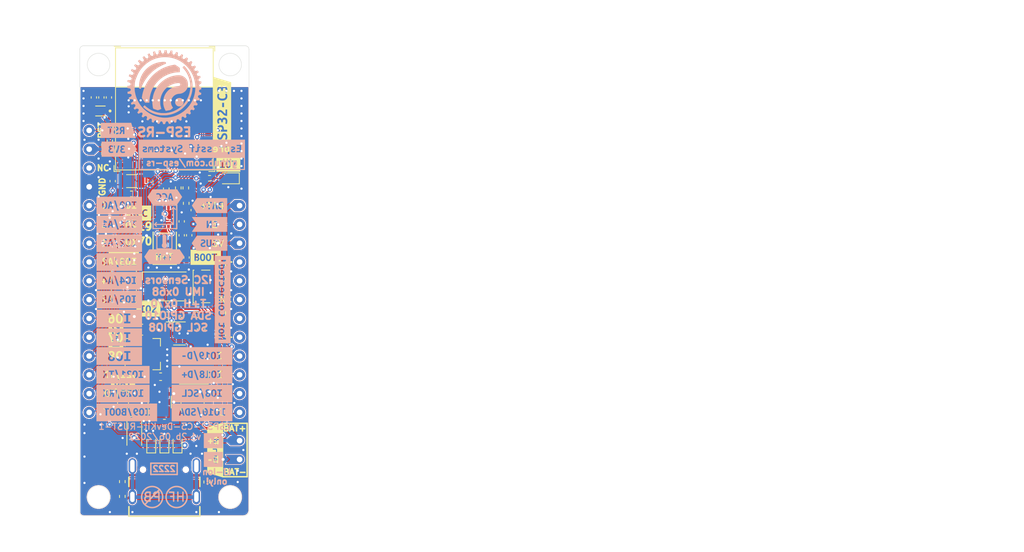
<source format=kicad_pcb>
(kicad_pcb (version 20211014) (generator pcbnew)
  (title_block (title "ESP32-C3-DevKit-RUST-1") (date "2022-06-01") (rev "1.2b") (company "Espressif Systems"))
  (layers (0 "F.Cu" signal) (31 "B.Cu" signal) (34 "B.Paste" user) (35 "F.Paste" user) (36 "B.SilkS" user "B.Silkscreen") (37 "F.SilkS" user "F.Silkscreen") (38 "B.Mask" user) (39 "F.Mask" user) (44 "Edge.Cuts" user))
  (net 0 "")
  (net 1 "GND")
  (net 2 "+3V3")
  (net 3 "+5V")
  (net 4 "Net-(C6-Pad2)")
  (net 5 "CHIP_PU")
  (net 6 "IO0")
  (net 7 "IO1")
  (net 8 "VBUS")
  (net 9 "+BATT")
  (net 10 "Net-(D2-Pad2)")
  (net 11 "Net-(D3-Pad1)")
  (net 12 "USB_D-")
  (net 13 "Net-(D6-Pad2)")
  (net 14 "USB_D+")
  (net 16 "Net-(J1-PadB5)")
  (net 17 "Net-(J1-PadA5)")
  (net 19 "/Buck_Coil")
  (net 20 "ENABLE")
  (net 21 "Net-(R7-Pad2)")
  (net 22 "Net-(R9-Pad2)")
  (net 23 "IO7")
  (net 24 "IO9_BOOT")
  (net 25 "Net-(R14-Pad1)")
  (net 26 "IO8_SCL")
  (net 27 "IO10_SDA")
  (net 36 "IO21_TX")
  (net 37 "IO20_RX")
  (net 42 "IO6")
  (net 43 "IO5")
  (net 44 "IO4")
  (net 50 "IO3")
  (net 51 "IO2")
  (net 60 "Net-(J1-PadS1)")
  (net 62 "Net-(D9-Pad4)")
  (footprint "label" (layer "F.Cu") (at 156.718 81.026)
    (fp_text reference "kibuzzard-61B9EF98" hide)
    (fp_text value "G***" hide)
  )
  (footprint "LED_SMD:LED_0603_1608Metric" (layer "F.Cu") (at 156.718 82.931 180)
    (fp_text reference "D2" hide)
    (fp_text value "LED" hide)
  )
  (footprint "Rust_Board:Rust_Board" (layer "F.Cu") (at 148.082 96.139)
    (fp_text reference "U4" hide)
    (fp_text value "Rust_Board" hide)
  )
  (footprint "Crystal:Crystal_SMD_3215-2Pin_3.2x1.5mm" (layer "F.Cu") (at 143.637 83.312 180)
    (fp_text reference "Y1" hide)
    (fp_text value "32.768Hz" hide)
  )
  (footprint "Capacitor_SMD:C_0402_1005Metric" (layer "F.Cu") (at 150.4188 90.6272 90)
    (fp_text reference "C3" hide)
    (fp_text value "100nF 10V" hide)
  )
  (footprint "Capacitor_SMD:C_0402_1005Metric" (layer "F.Cu") (at 146.177 83.312 90)
    (fp_text reference "C13" hide)
    (fp_text value "DNP" hide)
  )
  (footprint "Capacitor_SMD:C_0402_1005Metric" (layer "F.Cu") (at 151.4348 90.6272 90)
    (fp_text reference "C1" hide)
    (fp_text value "10nF 10V" hide)
  )
  (footprint "label" (layer "F.Cu") (at 142.5956 93.599)
    (fp_text reference "kibuzzard-61B9CEAB" hide)
    (fp_text value "G***" hide)
  )
  (footprint "Capacitor_SMD:C_0402_1005Metric" (layer "F.Cu") (at 151.0792 93.6244 -90)
    (fp_text reference "C14" hide)
    (fp_text value "1nF 10V" hide)
  )
  (footprint "Resistor_SMD:R_0402_1005Metric" (layer "F.Cu") (at 143.642 85.034)
    (fp_text reference "R12" hide)
    (fp_text value "DNP" hide)
  )
  (footprint "Capacitor_SMD:C_0603_1608Metric" (layer "F.Cu") (at 148.082 116 180)
    (fp_text reference "C16" hide)
    (fp_text value "4.7uF 16V" hide)
  )
  (footprint "Capacitor_SMD:C_0402_1005Metric" (layer "F.Cu") (at 150.4188 88.7476 -90)
    (fp_text reference "C2" hide)
    (fp_text value "10nF 10V" hide)
  )
  (footprint "Diode_SMD:D_SOD-523" (layer "F.Cu") (at 148.082 118.872 90)
    (fp_text reference "D8" hide)
    (fp_text value "LESD5D5.0CT1G" hide)
  )
  (footprint "Capacitor_SMD:C_0402_1005Metric" (layer "F.Cu") (at 140.589 72.009 90)
    (fp_text reference "C8" hide)
    (fp_text value "1uF 16V" hide)
  )
  (footprint "Capacitor_SMD:C_0402_1005Metric" (layer "F.Cu") (at 140.716 77.851 -90)
    (fp_text reference "C10" hide)
    (fp_text value "1uF 16V" hide)
  )
  (footprint "Diode_SMD:D_SOD-523" (layer "F.Cu") (at 149.86 118.872 90)
    (fp_text reference "D7" hide)
    (fp_text value "LESD5D5.0CT1G" hide)
  )
  (footprint "Resistor_SMD:R_0402_1005Metric" (layer "F.Cu") (at 154.178 82.931)
    (fp_text reference "R10" hide)
    (fp_text value "470R 1%" hide)
  )
  (footprint "Espressif:ESP32-C3-MINI-1" (layer "F.Cu") (at 148.082 76.2)
    (fp_text reference "U3" hide)
    (fp_text value "ESP32-C3-MINI-1" hide)
  )
  (footprint "label" (layer "F.Cu") (at 153.67 93.599)
    (fp_text reference "kibuzzard-61B9CE86" hide)
    (fp_text value "G***" hide)
  )
  (footprint "Resistor_SMD:R_0402_1005Metric" (layer "F.Cu") (at 151.0284 86.3092 -90)
    (fp_text reference "R7" hide)
    (fp_text value "0R 1%" hide)
  )
  (footprint "Button_Switch_SMD:SW_SPST_PTS810" (layer "F.Cu") (at 142.5956 97.536 90)
    (fp_text reference "SW1" hide)
    (fp_text value "SW_Push" hide)
  )
  (footprint "Capacitor_SMD:C_0402_1005Metric" (layer "F.Cu") (at 139.573 72.009 90)
    (fp_text reference "C9" hide)
    (fp_text value "100nF 10V" hide)
  )
  (footprint "Diode_SMD:D_SOD-523" (layer "F.Cu") (at 146.304 118.872 90)
    (fp_text reference "D5" hide)
    (fp_text value "LESD5D5.0CT1G" hide)
  )
  (footprint "Capacitor_SMD:C_0402_1005Metric" (layer "F.Cu") (at 141.097 83.312 90)
    (fp_text reference "C12" hide)
    (fp_text value "DNP" hide)
  )
  (footprint "Resistor_SMD:R_0402_1005Metric" (layer "F.Cu") (at 142.4 123.9 -90)
    (fp_text reference "R6" hide)
    (fp_text value "5k1R 1%" hide)
  )
  (footprint "Resistor_SMD:R_0402_1005Metric" (layer "F.Cu") (at 153.8 123.952 -90)
    (fp_text reference "R4" hide)
    (fp_text value "5k1R 1%" hide)
  )
  (footprint "Diode_SMD:D_SOD-123" (layer "F.Cu") (at 144.018 117.348 -90)
    (fp_text reference "D6" hide)
    (fp_text value "B5819W" hide)
  )
  (footprint "Capacitor_SMD:C_0402_1005Metric" (layer "F.Cu") (at 152.0444 87.2236 -90)
    (fp_text reference "C4" hide)
    (fp_text value "100nF 10V" hide)
  )
  (footprint "Resistor_SMD:R_0402_1005Metric" (layer "F.Cu") (at 148.336 84.3788 -90)
    (fp_text reference "R18" hide)
    (fp_text value "10kR 1%" hide)
  )
  (footprint "Resistor_SMD:R_0402_1005Metric" (layer "F.Cu") (at 149.9616 84.2264 90)
    (fp_text reference "R17" hide)
    (fp_text value "10kR 1%" hide)
  )
  (footprint "Rust_Board:SON100P200X200X80-5N" (layer "F.Cu") (at 148.1328 91.434 180)
    (fp_text reference "U1" hide)
    (fp_text value "SHTC3" hide)
  )
  (footprint "Button_Switch_SMD:SW_SPST_PTS810" (layer "F.Cu") (at 153.67 97.536 90)
    (fp_text reference "SW2" hide)
    (fp_text value "SW_Push" hide)
  )
  (footprint "Capacitor_SMD:C_0402_1005Metric" (layer "F.Cu") (at 138.557 72.009 90)
    (fp_text reference "C11" hide)
    (fp_text value "10nF 10V" hide)
  )
  (footprint "Resistor_SMD:R_0402_1005Metric" (layer "F.Cu") (at 140.716 75.946 -90)
    (fp_text reference "R8" hide)
    (fp_text value "10kR 1%" hide)
  )
  (footprint "Resistor_SMD:R_0402_1005Metric" (layer "F.Cu") (at 152.4254 101.346 180)
    (fp_text reference "R2" hide)
    (fp_text value "100kR 1%" hide)
  )
  (footprint "LED_SMD:LED_0603_1608Metric" (layer "F.Cu") (at 142.494 113.157 -90)
    (fp_text reference "D3" hide)
    (fp_text value "LED" hide)
  )
  (footprint "Capacitor_SMD:C_0603_1608Metric" (layer "F.Cu") (at 153.035 103.378 -90)
    (fp_text reference "C6" hide)
    (fp_text value "22pF 50V" hide)
  )
  (footprint "Capacitor_SMD:C_0603_1608Metric" (layer "F.Cu") (at 147.574 109.728)
    (fp_text reference "C15" hide)
    (fp_text value "4.7uF 16V" hide)
  )
  (footprint "Package_TO_SOT_SMD:SOT-23-5" (layer "F.Cu") (at 147.447 113.157 90)
    (fp_text reference "U6" hide)
    (fp_text value "MCP73831T-2ACI/OT" hide)
  )
  (footprint "Capacitor_SMD:C_0805_2012Metric" (layer "F.Cu") (at 151.003 106.807 180)
    (fp_text reference "C5" hide)
    (fp_text value "10uF 16V" hide)
  )
  (footprint "Resistor_SMD:R_0402_1005Metric" (layer "F.Cu") (at 145.1102 111.4298 -90)
    (fp_text reference "R9" hide)
    (fp_text value "10kR 1%" hide)
  )
  (footprint "Package_TO_SOT_SMD:SOT-23" (layer "F.Cu") (at 151.892 113.665 -90)
    (fp_text reference "Q1" hide)
    (fp_text value "DMG3415U" hide)
  )
  (footprint "Resistor_SMD:R_0402_1005Metric" (layer "F.Cu") (at 148.5392 101.346 180)
    (fp_text reference "R1" hide)
    (fp_text value "10kR 1%" hide)
  )
  (footprint "Capacitor_SMD:C_0805_2012Metric" (layer "F.Cu") (at 144.907 103.378)
    (fp_text reference "C7" hide)
    (fp_text value "10uF 16V" hide)
  )
  (footprint "Resistor_SMD:R_0402_1005Metric" (layer "F.Cu") (at 150.495 101.346 180)
    (fp_text reference "R3" hide)
    (fp_text value "22k1R 1%" hide)
  )
  (footprint "Package_TO_SOT_SMD:SOT-23-5" (layer "F.Cu") (at 150.114 103.886)
    (fp_text reference "U5" hide)
    (fp_text value "SY8088" hide)
  )
  (footprint "Resistor_SMD:R_0402_1005Metric" (layer "F.Cu") (at 150.9776 84.2264 90)
    (fp_text reference "R19" hide)
    (fp_text value "10kR 1%" hide)
  )
  (footprint "Inductor_SMD:L_Bourns-SRN4018" (layer "F.Cu") (at 145.161 106.68 180)
    (fp_text reference "L1" hide)
    (fp_text value "SPH4018H2R2MT (2.2uH 2.2A)" hide)
  )
  (footprint "Diode_SMD:D_SOD-123" (layer "F.Cu") (at 151.765 109.728 180)
    (fp_text reference "D4" hide)
    (fp_text value "B5819W" hide)
  )
  (footprint "Resistor_SMD:R_0402_1005Metric" (layer "F.Cu") (at 144.526 114.173 180)
    (fp_text reference "R14" hide)
    (fp_text value "1kR 1%" hide)
  )
  (footprint "Resistor_SMD:R_0402_1005Metric" (layer "F.Cu") (at 154.305 113.665 -90)
    (fp_text reference "R15" hide)
    (fp_text value "100kR 1%" hide)
  )
  (footprint "label" (layer "F.Cu") (at 142.494 110.49)
    (fp_text reference "kibuzzard-61C05335" hide)
    (fp_text value "G***" hide)
  )
  (footprint "label" (layer "F.Cu") (at 148.1328 93.6244)
    (fp_text reference "kibuzzard-61C05A22" hide)
    (fp_text value "G***" hide)
  )
  (footprint "label" (layer "F.Cu") (at 154.94 119.634 -90)
    (fp_text reference "kibuzzard-61C0F511" hide)
    (fp_text value "G***" hide)
  )
  (footprint "label" (layer "F.Cu") (at 154.94 119.634 -90)
    (fp_text reference "kibuzzard-61C0F551" hide)
    (fp_text value "G***" hide)
  )
  (footprint "Rust_Board:esp-rs_logo_4mm" (layer "F.Cu") (at 139.7508 119.0498)
    (fp_text reference "G***" hide)
    (fp_text value "LOGO" hide)
  )
  (footprint "kibuzzard-623DAB98" (layer "F.Cu") (at 155.9 74.6 90)
    (fp_text reference "kibuzzard-623DAB98" hide)
    (fp_text value "G***" hide)
  )
  (footprint "kibuzzard-62975A90" (layer "F.Cu") (at 141.5288 104.14 90)
    (fp_text reference "kibuzzard-62975A90" hide)
    (fp_text value "G***" hide)
  )
  (footprint "kibuzzard-62974DD1" (layer "F.Cu") (at 144.6276 87.63)
    (fp_text reference "kibuzzard-62974DD1" hide)
    (fp_text value "G***" hide)
  )
  (footprint "Package_LGA:LGA-16_3x3mm_P0.5mm_LayoutBorder3x5y" (layer "F.Cu") (at 148.1328 88.138 90)
    (fp_text reference "U2" hide)
    (fp_text value "LIS3DH" hide)
  )
  (footprint "Resistor_SMD:R_0402_1005Metric" (layer "F.Cu") (at 141.732 91.694)
    (fp_text reference "R11" hide)
    (fp_text value "0R 1%" hide)
  )
  (footprint "Resistor_SMD:R_0402_1005Metric" (layer "F.Cu") (at 142.4 125.9 90)
    (fp_text reference "R5" hide)
    (fp_text value "0R 1%" hide)
  )
  (footprint "kibuzzard-6269032F" (layer "F.Cu") (at 145.923 100.584)
    (fp_text reference "kibuzzard-6269032F" hide)
    (fp_text value "G***" hide)
  )
  (footprint "Rust_Board:GCT_USB4105-GF-A" (layer "F.Cu") (at 148.082 124.7648)
    (fp_text reference "J1" hide)
    (fp_text value "USB4105-GF-A" hide)
  )
  (footprint "LED_SMD:LED_SK6812MINI_PLCC4_3.5x3.5mm_P1.75mm" (layer "F.Cu") (at 148.082 97.536 180)
    (fp_text reference "D9" hide)
    (fp_text value "WS2812B" hide)
  )
  (footprint "Rust_Board:SOD-882" (layer "F.Cu") (at 139.442 73.834 180)
    (fp_text reference "D1" hide)
    (fp_text value "LESD8D3.3CAT5G" hide)
  )
  (footprint "label" (layer "B.Cu") (at 148.082 93.5228 180)
    (fp_text reference "kibuzzard-61B9CE3D" hide)
    (fp_text value "G***" hide)
  )
  (footprint "label" (layer "B.Cu") (at 141.986 86.614 180)
    (fp_text reference "kibuzzard-61C057D5" hide)
    (fp_text value "G***" hide)
  )
  (footprint "label" (layer "B.Cu") (at 141.986 89.154 180)
    (fp_text reference "kibuzzard-61C057FD" hide)
    (fp_text value "G***" hide)
  )
  (footprint "label" (layer "B.Cu") (at 141.986 91.694 180)
    (fp_text reference "kibuzzard-61C05804" hide)
    (fp_text value "G***" hide)
  )
  (footprint "label" (layer "B.Cu") (at 141.986 94.234 180)
    (fp_text reference "kibuzzard-61C0588C" hide)
    (fp_text value "G***" hide)
  )
  (footprint "label" (layer "B.Cu") (at 153.162 114.554 180)
    (fp_text reference "kibuzzard-61C05909" hide)
    (fp_text value "G***" hide)
  )
  (footprint "label" (layer "B.Cu") (at 153.162 112.014 180)
    (fp_text reference "kibuzzard-61C05949" hide)
    (fp_text value "G***" hide)
  )
  (footprint "label" (layer "B.Cu") (at 153.162 106.934 180)
    (fp_text reference "kibuzzard-61C0597E" hide)
    (fp_text value "G***" hide)
  )
  (footprint "label" (layer "B.Cu") (at 153.162 109.474 180)
    (fp_text reference "kibuzzard-61C05975" hide)
    (fp_text value "G***" hide)
  )
  (footprint "label" (layer "B.Cu") (at 154.178 86.614 180)
    (fp_text reference "kibuzzard-61C05B60" hide)
    (fp_text value "G***" hide)
  )
  (footprint "label" (layer "B.Cu") (at 154.178 91.694 180)
    (fp_text reference "kibuzzard-61C05BAC" hide)
    (fp_text value "G***" hide)
  )
  (footprint "label" (layer "B.Cu") (at 154.178 89.154 180)
    (fp_text reference "kibuzzard-61C05C0D" hide)
    (fp_text value "G***" hide)
  )
  (footprint "label" (layer "B.Cu") (at 141.986 78.994 180)
    (fp_text reference "kibuzzard-61C05C87" hide)
    (fp_text value "G***" hide)
  )
  (footprint "label" (layer "B.Cu") (at 141.859 76.454 180)
    (fp_text reference "kibuzzard-61C05C92" hide)
    (fp_text value "G***" hide)
  )
  (footprint "label" (layer "B.Cu") (at 142.494 109.474 180)
    (fp_text reference "kibuzzard-61C05D58" hide)
    (fp_text value "G***" hide)
  )
  (footprint "label" (layer "B.Cu") (at 142.494 112.014 180)
    (fp_text reference "kibuzzard-61C05D75" hide)
    (fp_text value "G***" hide)
  )
  (footprint "label" (layer "B.Cu") (at 143.002 114.554 180)
    (fp_text reference "kibuzzard-61C05DB0" hide)
    (fp_text value "G***" hide)
  )
  (footprint "Rust_Board:esp-rs_logo_tiny" (layer "B.Cu") (at 148.082 70.612 180)
    (fp_text reference "G***" hide)
    (fp_text value "LOGO" hide)
  )
  (footprint "label" (layer "B.Cu") (at 141.986 96.774 180)
    (fp_text reference "kibuzzard-61C0F315" hide)
    (fp_text value "G***" hide)
  )
  (footprint "label" (layer "B.Cu") (at 141.986 99.314 180)
    (fp_text reference "kibuzzard-61C0F325" hide)
    (fp_text value "G***" hide)
  )
  (footprint "label" (layer "B.Cu") (at 155.956 99.314 90)
    (fp_text reference "kibuzzard-61C0F363" hide)
    (fp_text value "G***" hide)
  )
  (footprint "label" (layer "B.Cu") (at 154.686 120.904 180)
    (fp_text reference "kibuzzard-61C0F3FF" hide)
    (fp_text value "G***" hide)
  )
  (footprint "label" (layer "B.Cu") (at 154.686 118.364 180)
    (fp_text reference "kibuzzard-61C0F406" hide)
    (fp_text value "G***" hide)
  )
  (footprint "Rust_Board:logo_HF" (layer "B.Cu") (at 149.7076 125.984 180)
    (fp_text reference "REF**" hide)
    (fp_text value "logo_HF" hide)
  )
  (footprint "kibuzzard-61F26855" (layer "B.Cu") (at 141.986 104.394 180)
    (fp_text reference "kibuzzard-61F26855" hide)
    (fp_text value "G***" hide)
  )
  (footprint "Rust_Board:logo_PB" (layer "B.Cu") (at 146.4056 125.984 180)
    (fp_text reference "REF**" hide)
    (fp_text value "logo_HF" hide)
  )
  (footprint "kibuzzard-61F26841" (layer "B.Cu") (at 141.986 101.854 180)
    (fp_text reference "kibuzzard-61F26841" hide)
    (fp_text value "G***" hide)
  )
  (footprint "kibuzzard-61F2685B" (layer "B.Cu") (at 141.986 106.934 180)
    (fp_text reference "kibuzzard-61F2685B" hide)
    (fp_text value "G***" hide)
  )
  (footprint "kibuzzard-61E1AB2E" (layer "B.Cu") (at 151.792 78.984 180)
    (fp_text reference "kibuzzard-61E1AB2E" hide)
    (fp_text value "G***" hide)
  )
  (footprint "kibuzzard-6297573C" (layer "B.Cu") (at 148.1328 85.4456 180)
    (fp_text reference "kibuzzard-6297573C" hide)
    (fp_text value "G***" hide)
  )
  (gr_line (start 146.558 89.7128) (end 146.558 86.5632) (layer "B.SilkS") (width 0.1524))
  (gr_line (start 147.066 90.424) (end 149.098 90.424) (layer "B.SilkS") (width 0.1524))
  (gr_line (start 147.066 92.456) (end 147.066 90.424) (layer "B.SilkS") (width 0.1524))
  (gr_line (start 149.098 92.456) (end 147.066 92.456) (layer "B.SilkS") (width 0.1524))
  (gr_line (start 149.7584 86.5632) (end 149.7584 89.7128) (layer "B.SilkS") (width 0.1524))
  (gr_line (start 149.3012 89.154) (end 146.7612 89.154) (layer "B.SilkS") (width 0.1524))
  (gr_line (start 149.098 90.424) (end 149.098 92.456) (layer "B.SilkS") (width 0.1524))
  (gr_line (start 146.558 86.5632) (end 149.7584 86.5632) (layer "B.SilkS") (width 0.1524))
  (gr_line (start 147.0152 88.9) (end 146.7612 89.154) (layer "B.SilkS") (width 0.1524))
  (gr_line (start 147.0152 89.408) (end 146.7612 89.154) (layer "B.SilkS") (width 0.1524))
  (gr_line (start 147.7772 87.884) (end 147.7772 87.63) (layer "B.SilkS") (width 0.1524))
  (gr_line (start 149.0472 87.122) (end 149.3012 86.868) (layer "B.SilkS") (width 0.1524))
  (gr_line (start 149.8092 122.936) (end 146.2532 122.936) (layer "B.SilkS") (width 0.2))
  (gr_line (start 144.692 80.134) (end 144.692 81.734) (layer "B.SilkS") (width 0.1524))
  (gr_line (start 144.692 81.734) (end 158.892 81.734) (layer "B.SilkS") (width 0.1524))
  (gr_line (start 149.3012 86.868) (end 149.5552 87.122) (layer "B.SilkS") (width 0.1524))
  (gr_line (start 147.7772 87.63) (end 148.0312 87.63) (layer "B.SilkS") (width 0.1524))
  (gr_line (start 158.892 77.784) (end 158.892 80.084) (layer "B.SilkS") (width 0.1524))
  (gr_line (start 148.082 90.7796) (end 148.082 91.948) (layer "B.SilkS") (width 0.5))
  (gr_line (start 149.3012 89.154) (end 147.7772 87.63) (layer "B.SilkS") (width 0.1524))
  (gr_line (start 158.892 81.734) (end 158.892 80.084) (layer "B.SilkS") (width 0.1524))
  (gr_line (start 146.2532 121.412) (end 149.8092 121.412) (layer "B.SilkS") (width 0.2))
  (gr_line (start 144.692 77.784) (end 158.892 77.784) (layer "B.SilkS") (width 0.1524))
  (gr_line (start 149.3012 86.868) (end 149.3012 89.154) (layer "B.SilkS") (width 0.1524))
  (gr_line (start 148.082 91.9988) (end 148.082 91.9988) (layer "B.SilkS") (width 0.7))
  (gr_line (start 149.8092 121.412) (end 149.8092 122.936) (layer "B.SilkS") (width 0.2))
  (gr_line (start 149.7584 89.7128) (end 146.558 89.7128) (layer "B.SilkS") (width 0.1524))
  (gr_line (start 146.2532 122.936) (end 146.2532 121.412) (layer "B.SilkS") (width 0.2))
  (gr_line (start 144.692 80.134) (end 144.692 77.784) (layer "B.SilkS") (width 0.1524))
  (gr_line (start 159.258 123.2408) (end 159.258 116.0272) (layer "F.SilkS") (width 0.2))
  (gr_line (start 156.0068 123.2408) (end 159.258 123.2408) (layer "F.SilkS") (width 0.2))
  (gr_line (start 155.956 116.078) (end 155.956 116.332) (layer "F.SilkS") (width 0.1524))
  (gr_line (start 155.956 116.332) (end 155.956 123.19) (layer "F.SilkS") (width 0.1524))
  (gr_line (start 159.258 116.0272) (end 156.0068 116.0272) (layer "F.SilkS") (width 0.2))
  (gr_line (start 157.1752 94.234) (end 156.3624 94.234) (layer "F.SilkS") (width 0.2))
  (gr_line (start 149.7076 92.9894) (end 149.7076 90.1954) (layer "F.SilkS") (width 0.1524))
  (gr_line (start 156.3624 100.2792) (end 156.3624 104.394) (layer "F.SilkS") (width 0.2))
  (gr_line (start 156.3624 104.394) (end 157.1752 104.394) (layer "F.SilkS") (width 0.2))
  (gr_line (start 156.3624 94.234) (end 156.3624 98.3488) (layer "F.SilkS") (width 0.2))
  (gr_line (start 146.558 92.9894) (end 146.558 90.1954) (layer "F.SilkS") (width 0.1524))
  (gr_arc (start 159.512 127.762) (mid 159.288815 128.300815) (end 158.75 128.524) (layer "Edge.Cuts") (width 0.05))
  (gr_arc (start 136.652 65.532) (mid 136.80079 65.17279) (end 137.16 65.024) (layer "Edge.Cuts") (width 0.05))
  (gr_line (start 158.75 128.524) (end 137.16 128.524) (layer "Edge.Cuts") (width 0.05))
  (gr_circle (center 139.192 67.564) (end 139.192 69.088) (layer "Edge.Cuts") (width 0.05) (fill none))
  (gr_arc (start 137.16 128.524) (mid 136.80079 128.37521) (end 136.652 128.016) (layer "Edge.Cuts") (width 0.05))
  (gr_line (start 136.652 128.016) (end 136.652 65.532) (layer "Edge.Cuts") (width 0.05))
  (gr_circle (center 156.972 67.564) (end 156.972 66.04) (layer "Edge.Cuts") (width 0.05) (fill none))
  (gr_line (start 137.16 65.024) (end 159.004 65.024) (layer "Edge.Cuts") (width 0.05))
  (gr_circle (center 139.192 125.984) (end 139.192 124.46) (layer "Edge.Cuts") (width 0.05) (fill none))
  (gr_circle (center 156.972 125.984) (end 156.972 124.46) (layer "Edge.Cuts") (width 0.05) (fill none))
  (gr_line (start 159.512 65.532) (end 159.512 127.762) (layer "Edge.Cuts") (width 0.05))
  (gr_arc (start 159.004 65.024) (mid 159.36321 65.17279) (end 159.512 65.532) (layer "Edge.Cuts") (width 0.05))
  (gr_text "I2C Sensors\nIMU 0x68\nT+H 0x70\nSDA GPIO10\nSCL GPIO8" (at 149.9616 99.8728) (layer "B.SilkS") (effects (font (size 1 1) (thickness 0.25)) (justify mirror)))
  (gr_text "Li-Ion\nonly!" (at 155.142 123.234) (layer "B.SilkS") (effects (font (size 0.8 0.8) (thickness 0.2)) (justify mirror)))
  (gr_text "ESP32-C3-DevKit-RUST-1\nv1.2b 06/2022" (at 148.1328 117.1448) (layer "B.SilkS") (effects (font (size 0.85 0.85)) (justify mirror)))
  (gr_text "2222" (at 148.0312 122.174) (layer "B.SilkS") (effects (font (size 0.8 0.8) (thickness 0.2)) (justify mirror)))
  (gr_text "github.com/esp-rs" (at 151.792 80.834) (layer "B.SilkS") (effects (font (size 0.85 0.85) (thickness 0.2)) (justify mirror)))
  (gr_text "ESP-RS" (at 148.082 76.708) (layer "B.SilkS") (effects (font (size 1.2 1.2) (thickness 0.3)) (justify mirror)))
  (gr_text "BAT+" (at 154.6 86.614) (layer "F.SilkS") (effects (font (size 1 1) (thickness 0.2))))
  (gr_text "3V3" (at 139.954 78.994 90) (layer "F.SilkS") (effects (font (size 0.6 0.6))))
  (gr_text "5V" (at 155.3 91.7) (layer "F.SilkS") (effects (font (size 1 1) (thickness 0.2))))
  (gr_text "20" (at 139.9 112) (layer "F.SilkS") (effects (font (size 1 1) (thickness 0.2))))
  (gr_text "GND" (at 139.7 84.074 90) (layer "F.SilkS") (effects (font (size 0.8 0.8) (thickness 0.2))))
  (gr_text "8" (at 156.2 112.014) (layer "F.SilkS") (effects (font (size 1 1) (thickness 0.2))))
  (gr_text "0" (at 139.7 86.614) (layer "F.SilkS") (effects (font (size 1 1) (thickness 0.2))))
  (gr_text "RST" (at 139.573 76.454 90) (layer "F.SilkS") (effects (font (size 0.8 0.8) (thickness 0.2))))
  (gr_text "9" (at 139.7 114.554) (layer "F.SilkS") (effects (font (size 1 1) (thickness 0.2))))
  (gr_text "BAT+" (at 157.5816 116.7) (layer "F.SilkS") (effects (font (size 0.8 0.8) (thickness 0.2))))
  (gr_text "1" (at 139.7 89.154) (layer "F.SilkS") (effects (font (size 1 1) (thickness 0.2))))
  (gr_text "2" (at 139.7 91.694) (layer "F.SilkS") (effects (font (size 1 1) (thickness 0.2))))
  (gr_text "BAT-" (at 157.607 122.6) (layer "F.SilkS") (effects (font (size 0.8 0.8) (thickness 0.2))))
  (gr_text "10" (at 156.2 114.554) (layer "F.SilkS") (effects (font (size 1 1) (thickness 0.2))))
  (gr_text "21" (at 139.9 109.474) (layer "F.SilkS") (effects (font (size 1 1) (thickness 0.2))))
  (gr_text "19" (at 156.2 106.934) (layer "F.SilkS") (effects (font (size 1 1) (thickness 0.2))))
  (gr_text "18" (at 156.2 109.474) (layer "F.SilkS") (effects (font (size 1 1) (thickness 0.2))))
  (gr_text "6" (at 139.7 101.854) (layer "F.SilkS") (effects (font (size 1 1) (thickness 0.2))))
  (gr_text "4" (at 139.7 96.774) (layer "F.SilkS") (effects (font (size 1 1) (thickness 0.2))))
  (gr_text "8" (at 139.7 106.934) (layer "F.SilkS") (effects (font (size 1 1) (thickness 0.2))))
  (gr_text "3" (at 139.7 94.234) (layer "F.SilkS") (effects (font (size 1 1) (thickness 0.2))))
  (gr_text "5" (at 139.7 99.314) (layer "F.SilkS") (effects (font (size 1 1) (thickness 0.2))))
  (gr_text "7" (at 139.7 104.394) (layer "F.SilkS") (effects (font (size 1 1) (thickness 0.2))))
  (gr_text "EN" (at 155.4 89.154) (layer "F.SilkS") (effects (font (size 1 1) (thickness 0.2))))
  (gr_text "NC" (at 156.3624 99.314) (layer "F.SilkS") (effects (font (size 0.8 0.8) (thickness 0.2))))
  (gr_text "0x70" (at 144.5768 91.44) (layer "F.SilkS") (effects (font (size 1 1) (thickness 0.25))))
  (gr_text "0x19" (at 144.5768 89.4588) (layer "F.SilkS") (effects (font (size 1 1) (thickness 0.25))))
  (gr_text "NC" (at 139.8016 81.534) (layer "F.SilkS") (effects (font (size 0.8 0.8) (thickness 0.2))))
  (segment (start 151.492 120.134) (end 151.616 120.134) (width 0.508) (layer "F.Cu") (net 1))
  (segment (start 151.282 121.229) (end 151.282 120.344) (width 0.508) (layer "F.Cu") (net 1))
  (segment (start 144.366 120.134) (end 143.002 120.134) (width 0.508) (layer "F.Cu") (net 1))
  (segment (start 144.882 121.229) (end 144.882 120.624) (width 0.508) (layer "F.Cu") (net 1))
  (segment (start 144.392 120.134) (end 144.366 120.134) (width 0.508) (layer "F.Cu") (net 1))
  (segment (start 151.616 120.134) (end 153.162 120.134) (width 0.508) (layer "F.Cu") (net 1))
  (segment (start 158.242 120.904) (end 156.0195 120.904) (width 0.762) (layer "F.Cu") (net 1))
  (segment (start 151.292 120.334) (end 151.492 120.134) (width 0.508) (layer "F.Cu") (net 1))
  (segment (start 144.882 120.624) (end 144.542 120.284) (width 0.508) (layer "F.Cu") (net 1))
  (segment (start 144.542 120.284) (end 144.392 120.134) (width 0.508) (layer "F.Cu") (net 1))
  (segment (start 151.282 120.344) (end 151.292 120.334) (width 0.508) (layer "F.Cu") (net 1))
  (via (at 148.463 108.331) (size 0.6) (drill 0.3) (layers "F.Cu" "B.Cu") (net 1))
  (via (at 147.4216 111.76) (size 0.6) (drill 0.3) (layers "F.Cu" "B.Cu") (net 1))
  (via (at 147.32 103.378) (size 0.6) (drill 0.3) (layers "F.Cu" "B.Cu") (net 1))
  (via (at 158.496 73.152) (size 0.6) (drill 0.3) (layers "F.Cu" "B.Cu") (net 1))
  (via (at 149.7584 72.39) (size 0.6) (drill 0.3) (layers "F.Cu" "B.Cu") (net 1))
  (via (at 137.287 120.523) (size 0.6) (drill 0.3) (layers "F.Cu" "B.Cu") (net 1))
  (via (at 149.0726 79.1464) (size 0.6) (drill 0.3) (layers "F.Cu" "B.Cu") (net 1))
  (via (at 143.256 73.2028) (size 0.6) (drill 0.3) (layers "F.Cu" "B.Cu") (net 1))
  (via (at 142.621 99.695) (size 0.6) (drill 0.3) (layers "F.Cu" "B.Cu") (net 1))
  (via (at 137.287 124.079) (size 0.6) (drill 0.3) (layers "F.Cu" "B.Cu") (net 1))
  (via (at 146.5072 72.39) (size 0.6) (drill 0.3) (layers "F.Cu" "B.Cu") (net 1))
  (via (at 151.0538 77.216) (size 0.6) (drill 0.3) (layers "F.Cu" "B.Cu") (net 1))
  (via (at 154.3304 98.3996) (size 0.6) (drill 0.3) (layers "F.Cu" "B.Cu") (net 1))
  (via (at 147.447 99.441) (size 0.6) (drill 0.3) (layers "F.Cu" "B.Cu") (net 1))
  (via (at 140.716 81.661) (size 0.6) (drill 0.3) (layers "F.Cu" "B.Cu") (net 1))
  (via (at 152.9842 83.6422) (size 0.6) (drill 0.3) (layers "F.Cu" "B.Cu") (net 1))
  (via (at 157.48 71.12) (size 0.6) (drill 0.3) (layers "F.Cu" "B.Cu") (net 1))
  (via (at 149.0472 99.441) (size 0.6) (drill 0.3) (layers "F.Cu" "B.Cu") (net 1))
  (via (at 153.924 107.315) (size 0.6) (drill 0.3) (layers "F.Cu" "B.Cu") (net 1))
  (via (at 139.192 77.724) (size 0.6) (drill 0.3) (layers "F.Cu" "B.Cu") (net 1))
  (via (at 148.463 107.569) (size 0.6) (drill 0.3) (layers "F.Cu" "B.Cu") (net 1))
  (via (at 150.5712 72.39) (size 0.6) (drill 0.3) (layers "F.Cu" "B.Cu") (net 1))
  (via (at 157.099 100.584) (size 0.6) (drill 0.3) (layers "F.Cu" "B.Cu") (net 1))
  (via (at 151.0538 75.2348) (size 0.6) (drill 0.3) (layers "F.Cu" "B.Cu") (net 1))
  (via (at 149.987 94.996) (size 0.6) (drill 0.3) (layers "F.Cu" "B.Cu") (net 1))
  (via (at 139.446 114.808) (size 0.6) (drill 0.3) (layers "F.Cu" "B.Cu") (net 1))
  (via (at 137.16 72.136) (size 0.6) (drill 0.3) (layers "F.Cu" "B.Cu") (net 1))
  (via (at 141.097 86.487) (size 0.6) (drill 0.3) (layers "F.Cu" "B.Cu") (net 1))
  (via (at 151.384 96.647) (size 0.6) (drill 0.3) (layers "F.Cu" "B.Cu") (net 1))
  (via (at 158.496 77.216) (size 0.6) (drill 0.3) (layers "F.Cu" "B.Cu") (net 1))
  (via (at 152.0444 92.3544) (size 0.6) (drill 0.3) (layers "F.Cu" "B.Cu") (net 1))
  (via (at 157.988 123.952) (size 0.6) (drill 0.3) (layers "F.Cu" "B.Cu") (net 1))
  (via (at 137.16 74.168) (size 0.6) (drill 0.3) (layers "F.Cu" "B.Cu") (net 1))
  (via (at 154.3304 96.6724) (size 0.6) (drill 0.3) (layers "F.Cu" "B.Cu") (net 1))
  (via (at 157.3276 110.744) (size 0.6) (drill 0.3) (layers "F.Cu" "B.Cu") (net 1))
  (via (at 141.224 111.76) (size 0.6) (drill 0.3) (layers "F.Cu" "B.Cu") (net 1))
  (via (at 145.415 109.728) (size 0.6) (drill 0.3) (layers "F.Cu" "B.Cu") (net 1))
  (via (at 145.642 117.034) (size 0.6) (drill 0.3) (layers "F.Cu" "B.Cu") (net 1))
  (via (at 147.32 72.39) (size 0.6) (drill 0.3) (layers "F.Cu" "B.Cu") (net 1))
  (via (at 153.0604 114.9096) (size 0.6) (drill 0.3) (layers "F.Cu" "B.Cu") (net 1))
  (via (at 148.9456 72.39) (size 0.6) (drill 0.3) (layers "F.Cu" "B.Cu") (net 1))
  (via (at 157.099 103.124) (size 0.6) (drill 0.3) (layers "F.Cu" "B.Cu") (net 1))
  (via (at 158.496 78.232) (size 0.6) (drill 0.3) (layers "F.Cu" "B.Cu") (net 1))
  (via (at 152.392 119.084) (size 0.6) (drill 0.3) (layers "F.Cu" "B.Cu") (net 1))
  (via (at 143.764 128.016) (size 0.6) (drill 0.3) (layers "F.Cu" "B.Cu") (net 1))
  (via (at 153.0096 72.39) (size 0.6) (drill 0.3) (layers "F.Cu" "B.Cu") (net 1))
  (via (at 148.463 106.807) (size 0.6) (drill 0.3) (layers "F.Cu" "B.Cu") (net 1))
  (via (at 139.192 75.565) (size 0.6) (drill 0.3) (layers "F.Cu" "B.Cu") (net 1))
  (via (at 158.75 119.634) (size 0.6) (drill 0.3) (layers "F.Cu" "B.Cu") (net 1))
  (via (at 145.1102 75.2348) (size 0.6) (drill 0.3) (layers "F.Cu" "B.Cu") (net 1))
  (via (at 158.496 76.2) (size 0.6) (drill 0.3) (layers "F.Cu" "B.Cu") (net 1))
  (via (at 154.3304 85.4456) (size 0.6) (drill 0.3) (layers "F.Cu" "B.Cu") (net 1))
  (via (at 151.616 120.134) (size 0.6) (drill 0.3) (layers "F.Cu" "B.Cu") (net 1))
  (via (at 148.082 117.4496) (size 0.6) (drill 0.3) (layers "F.Cu" "B.Cu") (net 1))
  (via (at 158.496 71.12) (size 0.6) (drill 0.3) (layers "F.Cu" "B.Cu") (net 1))
  (via (at 142.1384 116.2812) (size 0.6) (drill 0.3) (layers "F.Cu" "B.Cu") (net 1))
  (via (at 148.971 94.996) (size 0.6) (drill 0.3) (layers "F.Cu" "B.Cu") (net 1))
  (via (at 147.0914 79.1464) (size 0.6) (drill 0.3) (layers "F.Cu" "B.Cu") (net 1))
  (via (at 146.7866 110.8456) (size 0.6) (drill 0.3) (layers "F.Cu" "B.Cu") (net 1))
  (via (at 145.034 113.284) (size 0.6) (drill 0.3) (layers "F.Cu" "B.Cu") (net 1))
  (via (at 152.8572 82.1436) (size 0.6) (drill 0.3) (layers "F.Cu" "B.Cu") (net 1))
  (via (at 142.4432 118.0084) (size 0.6) (drill 0.3) (layers "F.Cu" "B.Cu") (net 1))
  (via (at 139.0396 90.424) (size 0.6) (drill 0.3) (layers "F.Cu" "B.Cu") (net 1))
  (via (at 148.1328 72.39) (size 0.6) (drill 0.3) (layers "F.Cu" "B.Cu") (net 1))
  (via (at 151.511 98.552) (size 0.6) (drill 0.3) (layers "F.Cu" "B.Cu") (net 1))
  (via (at 156.464 71.12) (size 0.6) (drill 0.3) (layers "F.Cu" "B.Cu") (net 1))
  (via (at 148.463 106.045) (size 0.6) (drill 0.3) (layers "F.Cu" "B.Cu") (net 1))
  (via (at 137.16 73.152) (size 0.6) (drill 0.3) (layers "F.Cu" "B.Cu") (net 1))
  (via (at 144.366 120.134) (size 0.6) (drill 0.3) (layers "F.Cu" "B.Cu") (net 1))
  (via (at 158.496 74.168) (size 0.6) (drill 0.3) (layers "F.Cu" "B.Cu") (net 1))
  (via (at 137.287 77.724) (size 0.6) (drill 0.3) (layers "F.Cu" "B.Cu") (net 1))
  (via (at 137.16 75.184) (size 0.6) (drill 0.3) (layers "F.Cu" "B.Cu") (net 1))
  (via (at 151.0284 116.2304) (size 0.6) (drill 0.3) (layers "F.Cu" "B.Cu") (net 1))
  (via (at 151.384 95.25) (size 0.6) (drill 0.3) (layers "F.Cu" "B.Cu") (net 1))
  (via (at 141.224 113.792) (size 0.6) (drill 0.3) (layers "F.Cu" "B.Cu") (net 1))
  (via (at 157.099 98.044) (size 0.6) (drill 0.3) (layers "F.Cu" "B.Cu") (net 1))
  (via (at 143.002 96.647) (size 0.6) (drill 0.3) (layers "F.Cu" "B.Cu") (net 1))
  (via (at 151.511 99.695) (size 0.6) (drill 0.3) (layers "F.Cu" "B.Cu") (net 1))
  (via (at 137.287 117.348) (size 0.6) (drill 0.3) (layers "F.Cu" "B.Cu") (net 1))
  (via (at 153.924 105.41) (size 0.6) (drill 0.3) (layers "F.Cu" "B.Cu") (net 1))
  (via (at 150.114 102.9208) (size 0.6) (drill 0.3) (layers "F.Cu" "B.Cu") (net 1))
  (via (at 151.6888 78.613) (size 0.6) (drill 0.3) (layers "F.Cu" "B.Cu") (net 1))
  (via (at 153.162 120.134) (size 0.6) (drill 0.3) (layers "F.Cu" "B.Cu") (net 1))
  (via (at 139.446 116.205) (size 0.6) (drill 0.3) (layers "F.Cu" "B.Cu") (net 1))
  (via (at 143.002 120.134) (size 0.6) (drill 0.3) (layers "F.Cu" "B.Cu") (net 1))
  (via (at 140.1826 90.424) (size 0.6) (drill 0.3) (layers "F.Cu" "B.Cu") (net 1))
  (via (at 147.4216 113.157) (size 0.6) (drill 0.3) (layers "F.Cu" "B.Cu") (net 1))
  (via (at 146.558 117.0432) (size 0.6) (drill 0.3) (layers "F.Cu" "B.Cu") (net 1))
  (via (at 155.2956 112.5728) (size 0.6) (drill 0.3) (layers "F.Cu" "B.Cu") (net 1))
  (via (at 150.114 108.3564) (size 0.6) (drill 0.3) (layers "F.Cu" "B.Cu") (net 1))
  (via (at 158.496 72.136) (size 0.6) (drill 0.3) (layers "F.Cu" "B.Cu") (net 1))
  (via (at 155.3464 90.5256) (size 0.6) (drill 0.3) (layers "F.Cu" "B.Cu") (net 1))
  (via (at 144.8816 72.39) (size 0.6) (drill 0.3) (layers "F.Cu" "B.Cu") (net 1))
  (via (at 158.496 80.264) (size 0.6) (drill 0.3) (layers "F.Cu" "B.Cu") (net 1))
  (via (at 140.716 128.016) (size 0.6) (drill 0.3) (layers "F.Cu" "B.Cu") (net 1))
  (via (at 152.4 128.016) (size 0.6) (drill 0.3) (layers "F.Cu" "B.Cu") (net 1))
  (via (at 143.1544 86.2584) (size 0.6) (drill 0.3) (layers "F.Cu" "B.Cu") (net 1))
  (via (at 139.192 80.264) (size 0.6) (drill 0.3) (layers "F.Cu" "B.Cu") (net 1))
  (via (at 147.066 101.854) (size 0.6) (drill 0.3) (layers "F.Cu" "B.Cu") (net 1))
  (via (at 141.097 87.376) (size 0.6) (drill 0.3) (layers "F.Cu" "B.Cu") (net 1))
  (via (at 143.256 74.0156) (size 0.6) (drill 0.3) (layers "F.Cu" "B.Cu") (net 1))
  (via (at 137.287 116.205) (size 0.6) (drill 0.3) (layers "F.Cu" "B.Cu") (net 1))
  (via (at 144.018 111.9632) (size 0.6) (drill 0.3) (layers "F.Cu" "B.Cu") (net 1))
  (via (at 151.2316 103.886) (size 0.6) (drill 0.3) (layers "F.Cu" "B.Cu") (net 1))
  (via (at 158.496 81.28) (size 0.6) (drill 0.3) (layers "F.Cu" "B.Cu") (net 1))
  (via (at 154.2288 92.3544) (size 0.6) (drill 0.3) (layers "F.Cu" "B.Cu") (net 1))
  (via (at 139.192 82.784) (size 0.6) (drill 0.3) (layers "F.Cu" "B.Cu") (net 1))
  (via (at 145.923 99.441) (size 0.6) (drill 0.3) (layers "F.Cu" "B.Cu") (net 1))
  (via (at 143.2052 80.1116) (size 0.6) (drill 0.3) (layers "F.Cu" "B.Cu") (net 1))
  (via (at 141.7828 104.7496) (size 0.6) (drill 0.3) (layers "F.Cu" "B.Cu") (net 1))
  (via (at 158.496 75.184) (size 0.6) (drill 0.3) (layers "F.Cu" "B.Cu") (net 1))
  (via (at 142.621 100.965) (size 0.6) (drill 0.3) (layers "F.Cu" "B.Cu") (net 1))
  (via (at 157.1244 90.3732) (size 0.6) (drill 0.3) (layers "F.Cu" "B.Cu") (net 1))
  (via (at 152.1968 72.39) (size 0.6) (drill 0.3) (layers "F.Cu" "B.Cu") (net 1))
  (via (at 156.0195 120.904) (size 0.8) (drill 0.4) (layers "F.Cu" "B.Cu") (net 1))
  (via (at 144.0688 72.39) (size 0.6) (drill 0.3) (layers "F.Cu" "B.Cu") (net 1))
  (via (at 143.256 72.39) (size 0.6) (drill 0.3) (layers "F.Cu" "B.Cu") (net 1))
  (via (at 141.2494 89.3572) (size 0.6) (drill 0.3) (layers "F.Cu" "B.Cu") (net 1))
  (via (at 137.16 71.12) (size 0.6) (drill 0.3) (layers "F.Cu" "B.Cu") (net 1))
  (via (at 138.842 100.584) (size 0.6) (drill 0.3) (layers "F.Cu" "B.Cu") (net 1))
  (via (at 141.7828 107.1372) (size 0.6) (drill 0.3) (layers "F.Cu" "B.Cu") (net 1))
  (via (at 147.066 94.996) (size 0.6) (drill 0.3) (layers "F.Cu" "B.Cu") (net 1))
  (via (at 155.448 128.016) (size 0.6) (drill 0.3) (layers "F.Cu" "B.Cu") (net 1))
  (via (at 149.0726 75.2348) (size 0.6) (drill 0.3) (layers "F.Cu" "B.Cu") (net 1))
  (via (at 149.0726 77.216) (size 0.6) (drill 0.3) (layers "F.Cu" "B.Cu") (net 1))
  (via (at 145.6944 72.39) (size 0.6) (drill 0.3) (layers "F.Cu" "B.Cu") (net 1))
  (via (at 139.242 87.884) (size 0.6) (drill 0.3) (layers "F.Cu" "B.Cu") (net 1))
  (via (at 141.224 109.728) (size 0.6) (drill 0.3) (layers "F.Cu" "B.Cu") (net 1))
  (via (at 145.923 101.854) (size 0.6) (drill 0.3) (layers "F.Cu" "B.Cu") (net 1))
  (via (at 151.384 72.39) (size 0.6) (drill 0.3) (layers "F.Cu" "B.Cu") (net 1))
  (via (at 157.5308 113.284) (size 0.6) (drill 0.3) (layers "F.Cu" "B.Cu") (net 1))
  (via (at 139.192 85.384) (size 0.6) (drill 0.3) (layers "F.Cu" "B.Cu") (net 1))
  (via (at 155.2448 86.4108) (size 0.6) (drill 0.3) (layers "F.Cu" "B.Cu") (net 1))
  (via (at 155.3464 81.4324) (size 0.6) (drill 0.3) (layers "F.Cu" "B.Cu") (net 1))
  (via (at 144.018 93.98) (size 0.6) (drill 0.3) (layers "F.Cu" "B.Cu") (net 1))
  (via (at 155.448 71.12) (size 0.6) (drill 0.3) (layers "F.Cu" "B.Cu") (net 1))
  (via (at 154.2796 89.154) (size 0.6) (drill 0.3) (layers "F.Cu" "B.Cu") (net 1))
  (via (at 144.018 93.091) (size 0.6) (drill 0.3) (layers "F.Cu" "B.Cu") (net 1))
  (via (at 143.2052 77.597) (size 0.6) (drill 0.3) (layers "F.Cu" "B.Cu") (net 1))
  (via (at 156.718 84.1248) (size 0.6) (drill 0.3) (layers "F.Cu" "B.Cu") (net 1))
  (via (at 145.923 94.996) (size 0.6) (drill 0.3) (layers "F.Cu" "B.Cu") (net 1))
  (via (at 158.496 84.328) (size 0.6) (drill 0.3) (layers "F.Cu" "B.Cu") (net 1))
  (via (at 138.842 98.034) (size 0.6) (drill 0.3) (layers "F.Cu" "B.Cu") (net 1))
  (via (at 147.0914 75.2348) (size 0.6) (drill 0.3) (layers "F.Cu" "B.Cu") (net 1))
  (via (at 158.496 79.248) (size 0.6) (drill 0.3) (layers "F.Cu" "B.Cu") (net 1))
  (via (at 147.0914 77.216) (size 0.6) (drill 0.3) (layers "F.Cu" "B.Cu") (net 1))
  (via (at 155.194 114.1984) (size 0.6) (drill 0.3) (layers "F.Cu" "B.Cu") (net 1))
  (via (at 157.099 95.504) (size 0.6) (drill 0.3) (layers "F.Cu" "B.Cu") (net 1))
  (via (at 140.716 80.645) (size 0.6) (drill 0.3) (layers "F.Cu" "B.Cu") (net 1))
  (via (at 157.988 122.428) (size 0.6) (drill 0.3) (layers "F.Cu" "B.Cu") (net 1))
  (via (at 150.114 103.886) (size 0.6) (drill 0.3) (layers "F.Cu" "B.Cu") (net 1))
  (via (at 151.9936 89.1032) (size 0.6) (drill 0.3) (layers "F.Cu" "B.Cu") (net 1))
  (segment (start 149.832 98.411) (end 149.832 97.736) (width 0.25) (layer "F.Cu") (net 2))
  (segment (start 147.6756 87.9348) (end 147.6756 88.5952) (width 0.1524) (layer "F.Cu") (net 2))
  (segment (start 152.9588 100.838) (end 152.9588 101.346) (width 0.254) (layer "F.Cu") (net 2))
  (segment (start 150.876 100.584) (end 149.987 99.695) (width 0.254) (layer "F.Cu") (net 2))
  (segment (start 145.08198 97.616431) (end 144.907 97.791411) (width 0.25) (layer "F.Cu") (net 2))
  (segment (start 139.826 73.8) (end 142.182 73.8) (width 0.4064) (layer "F.Cu") (net 2))
  (segment (start 139.597 72.489) (end 139.592 72.484) (width 0.1524) (layer "F.Cu") (net 2))
  (segment (start 148.336 83.8688) (end 148.4396 83.8688) (width 0.1524) (layer "F.Cu") (net 2))
  (segment (start 139.792 73.284) (end 139.792 74.514) (width 0.4064) (layer "F.Cu") (net 2))
  (segment (start 151.0284 85.7992) (end 151.7376 85.7992) (width 0.1524) (layer "F.Cu") (net 2))
  (segment (start 150.4188 88.2676) (end 150.4188 87.5284) (width 0.1524) (layer "F.Cu") (net 2))
  (segment (start 145.669 90.17) (end 145.669 90.678) (width 0.508) (layer "F.Cu") (net 2))
  (segment (start 140.0048 75.2348) (end 140.0048 74.7268) (width 0.1524) (layer "F.Cu") (net 2))
  (segment (start 148.4396 83.8688) (end 148.9456 83.3628) (width 0.1524) (layer "F.Cu") (net 2))
  (segment (start 151.3332 100.584) (end 150.876 100.584) (width 0.254) (layer "F.Cu") (net 2))
  (segment (start 149.86 99.568) (end 149.86 98.425) (width 0.254) (layer "F.Cu") (net 2))
  (segment (start 152.7048 100.584) (end 152.9588 100.838) (width 0.254) (layer "F.Cu") (net 2))
  (segment (start 152.9354 101.7544) (end 153.035 101.854) (width 0.254) (layer "F.Cu") (net 2))
  (segment (start 139.592 72.484) (end 138.592 72.484) (width 0.1524) (layer "F.Cu") (net 2))
  (segment (start 150.396 91.1072) (end 151.4348 91.1072) (width 0.1524) (layer "F.Cu") (net 2))
  (segment (start 149.712431 97.616431) (end 145.08198 97.616431) (width 0.25) (layer "F.Cu") (net 2))
  (segment (start 149.987 99.695) (end 149.86 99.568) (width 0.254) (layer "F.Cu") (net 2))
  (segment (start 139.826 73.8) (end 139.792 73.834) (width 0.4064) (layer "F.Cu") (net 2))
  (segment (start 147.1328 89.363) (end 147.1328 89.138) (width 0.1524) (layer "F.Cu") (net 2))
  (segment (start 147.3788 87.638) (end 147.6756 87.9348) (width 0.1524) (layer "F.Cu") (net 2))
  (segment (start 149.9616 85.2932) (end 149.7076 85.5472) (width 0.1524) (layer "F.Cu") (net 2))
  (segment (start 149.832 97.736) (end 149.712431 97.616431) (width 0.25) (layer "F.Cu") (net 2))
  (segment (start 149.9616 84.7344) (end 149.9616 85.2932) (width 0.1524) (layer "F.Cu") (net 2))
  (segment (start 140.589 72.489) (end 139.597 72.489) (width 0.1524) (layer "F.Cu") (net 2))
  (segment (start 140.716 75.436) (end 140.206 75.436) (width 0.1524) (layer "F.Cu") (net 2))
  (segment (start 140.206 75.436) (end 140.0048 75.2348) (width 0.1524) (layer "F.Cu") (net 2))
  (segment (start 139.792 74.514) (end 140.0048 74.7268) (width 0.4064) (layer "F.Cu") (net 2))
  (segment (start 139.792 73.284) (end 139.692 73.184) (width 0.4064) (layer "F.Cu") (net 2))
  (segment (start 139.592 73.084) (end 139.592 72.484) (width 0.4064) (layer "F.Cu") (net 2))
  (segment (start 152.9354 101.346) (end 152.9354 101.7544) (width 0.254) (layer "F.Cu") (net 2))
  (segment (start 146.9078 87.638) (end 147.3788 87.638) (width 0.1524) (layer "F.Cu") (net 2))
  (segment (start 151.7376 85.7992) (end 151.892 85.9536) (width 0.1524) (layer "F.Cu") (net 2))
  (segment (start 149.888 88.2676) (end 149.7584 88.138) (width 0.1524) (layer "F.Cu") (net 2))
  (segment (start 142.24 86.741) (end 145.669 90.17) (width 0.508) (layer "F.Cu") (net 2))
  (segment (start 150.4188 88.2676) (end 149.888 88.2676) (width 0.1524) (layer "F.Cu") (net 2))
  (segment (start 149.1028 91.934) (end 149.9984 91.934) (width 0.1524) (layer "F.Cu") (net 2))
  (segment (start 138.585 72.489) (end 138.557 72.517) (width 0.254) (layer "F.Cu") (net 2))
  (segment (start 139.601 72.489) (end 139.573 72.517) (width 0.254) (layer "F.Cu") (net 2))
  (segment (start 150.4188 91.8464) (end 150.1648 92.1004) (width 0.1524) (layer "F.Cu") (net 2))
  (segment (start 139.587 72.489) (end 139.592 72.484) (width 0.1524) (layer "F.Cu") (net 2))
  (segment (start 150.4188 91.1072) (end 150.4188 91.8464) (width 0.1524) (layer "F.Cu") (net 2))
  (segment (start 152.0444 86.106) (end 151.892 85.9536) (width 0.1524) (layer "F.Cu") (net 2))
  (segment (start 152.0444 86.7436) (end 152.0444 86.106) (width 0.1524) (layer "F.Cu") (net 2))
  (segment (start 149.9984 91.934) (end 150.1648 92.1004) (width 0.1524) (layer "F.Cu") (net 2))
  (segment (start 151.3332 100.584) (end 152.7048 100.584) (width 0.254) (layer "F.Cu") (net 2))
  (segment (start 149.7584 88.138) (end 149.3578 88.138) (width 0.1524) (layer "F.Cu") (net 2))
  (segment (start 147.1328 89.138) (end 147.6756 88.5952) (width 0.1524) (layer "F.Cu") (net 2))
  (segment (start 149.9616 84.7364) (end 150.9756 84.7364) (width 0.1524) (layer "F.Cu") (net 2))
  (segment (start 153.035 101.854) (end 153.035 102.616) (width 0.254) (layer "F.Cu") (net 2))
  (segment (start 139.692 73.184) (end 139.592 73.084) (width 0.4064) (layer "F.Cu") (net 2))
  (via (at 144.018 101.6) (size 0.8) (drill 0.4) (layers "F.Cu" "B.Cu") (net 2))
  (via (at 144.907 97.791411) (size 0.6) (drill 0.3) (layers "F.Cu" "B.Cu") (net 2))
  (via (at 140.0048 74.7268) (size 0.6) (drill 0.3) (layers "F.Cu" "B.Cu") (net 2))
  (via (at 150.4188 87.5284) (size 0.6) (drill 0.3) (layers "F.Cu" "B.Cu") (net 2))
  (via (at 149.7076 85.5472) (size 0.6) (drill 0.3) (layers "F.Cu" "B.Cu") (net 2))
  (via (at 147.6756 88.5952) (size 0.6) (drill 0.3) (layers "F.Cu" "B.Cu") (net 2))
  (via (at 150.1648 92.1004) (size 0.6) (drill 0.3) (layers "F.Cu" "B.Cu") (net 2))
  (via (at 151.892 85.9536) (size 0.6) (drill 0.3) (layers "F.Cu" "B.Cu") (net 2))
  (via (at 145.669 90.678) (size 0.8) (drill 0.4) (layers "F.Cu" "B.Cu") (net 2))
  (via (at 148.9456 83.3628) (size 0.6) (drill 0.3) (layers "F.Cu" "B.Cu") (net 2))
  (via (at 142.24 86.741) (size 0.8) (drill 0.4) (layers "F.Cu" "B.Cu") (net 2))
  (segment (start 144.907 100.711) (end 144.907 100.33) (width 0.6096) (layer "B.Cu") (net 2))
  (segment (start 144.018 101.6) (end 144.907 100.711) (width 0.6096) (layer "B.Cu") (net 2))
  (segment (start 140.462 75.3364) (end 140.462 75.184) (width 0.508) (layer "B.Cu") (net 2))
  (segment (start 140.462 75.184) (end 140.0048 74.7268) (width 0.508) (layer "B.Cu") (net 2))
  (segment (start 144.907 100.33) (end 144.907 94.361) (width 0.6096) (layer "B.Cu") (net 2))
  (segment (start 144.907 94.361) (end 145.669 93.599) (width 0.6096) (layer "B.Cu") (net 2))
  (segment (start 142.113 80.645) (end 142.113 86.614) (width 0.508) (layer "B.Cu") (net 2))
  (segment (start 140.462 78.994) (end 140.462 75.3364) (width 0.508) (layer "B.Cu") (net 2))
  (segment (start 142.113 86.614) (end 142.24 86.741) (width 0.508) (layer "B.Cu") (net 2))
  (segment (start 140.462 78.994) (end 142.113 80.645) (width 0.508) (layer "B.Cu") (net 2))
  (segment (start 140.462 78.994) (end 137.922 78.994) (width 0.508) (layer "B.Cu") (net 2))
  (segment (start 151.765 110.363) (end 151.765 110.236) (width 0.6096) (layer "F.Cu") (net 3))
  (segment (start 151.638 110.998) (end 151.765 110.871) (width 0.6096) (layer "F.Cu") (net 3))
  (segment (start 149.0492 101.346) (end 149.0492 102.1314) (width 0.1524) (layer "F.Cu") (net 3))
  (segment (start 150.942 111.694) (end 151.638 110.998) (width 0.6096) (layer "F.Cu") (net 3))
  (segment (start 151.765 110.236) (end 152.273 109.728) (width 0.6096) (layer "F.Cu") (net 3))
  (segment (start 151.765 110.871) (end 151.765 110.363) (width 0.6096) (layer "F.Cu") (net 3))
  (segment (start 149.0492 102.1314) (end 149.0472 102.1334) (width 0.1524) (layer "F.Cu") (net 3))
  (segment (start 150.942 112.665) (end 150.942 111.694) (width 0.6096) (layer "F.Cu") (net 3))
  (segment (start 152.273 109.728) (end 153.289 109.728) (width 0.6096) (layer "F.Cu") (net 3))
  (via (at 149.0472 102.1334) (size 0.6) (drill 0.3) (layers "F.Cu" "B.Cu") (net 3))
  (via (at 151.638 105.664) (size 0.6) (drill 0.3) (layers "F.Cu" "B.Cu") (net 3))
  (segment (start 149.5044 104.902) (end 150.876 104.902) (width 0.1524) (layer "B.Cu") (net 3))
  (segment (start 149.0472 104.4448) (end 149.5044 104.902) (width 0.1524) (layer "B.Cu") (net 3))
  (segment (start 149.0472 102.1334) (end 149.0472 104.4448) (width 0.1524) (layer "B.Cu") (net 3))
  (segment (start 150.876 104.902) (end 151.638 105.664) (width 0.1524) (layer "B.Cu") (net 3))
  (segment (start 151.2515 102.936) (end 151.958 102.936) (width 0.254) (layer "F.Cu") (net 4))
  (segment (start 151.003 101.981) (end 151.003 102.108) (width 0.254) (layer "F.Cu") (net 4))
  (segment (start 151.005 101.346) (end 151.892 101.346) (width 0.254) (layer "F.Cu") (net 4))
  (segment (start 151.003 102.108) (end 151.257 102.362) (width 0.254) (layer "F.Cu") (net 4))
  (segment (start 152.413 104.153) (end 153.035 104.153) (width 0.254) (layer "F.Cu") (net 4))
  (segment (start 151.005 101.346) (end 151.005 101.979) (width 0.254) (layer "F.Cu") (net 4))
  (segment (start 152.146 103.124) (end 152.146 103.886) (width 0.254) (layer "F.Cu") (net 4))
  (segment (start 151.257 102.362) (end 151.257 102.87) (width 0.254) (layer "F.Cu") (net 4))
  (segment (start 152.146 103.886) (end 152.413 104.153) (width 0.254) (layer "F.Cu") (net 4))
  (segment (start 151.005 101.979) (end 151.003 101.981) (width 0.254) (layer "F.Cu") (net 4))
  (segment (start 151.958 102.936) (end 152.146 103.124) (width 0.254) (layer "F.Cu") (net 4))
  (segment (start 141.554 77.8) (end 141.554 78.664) (width 0.1524) (layer "F.Cu") (net 5))
  (segment (start 142.182 77.8) (end 141.554 77.8) (width 0.1524) (layer "F.Cu") (net 5))
  (segment (start 140.716 76.456) (end 139.702 76.456) (width 0.1524) (layer "F.Cu") (net 5))
  (segment (start 141.554 77.8) (end 141.125 77.371) (width 0.1524) (layer "F.Cu") (net 5))
  (segment (start 141.742 90.884) (end 141.742 94.4272) (width 0.1524) (layer "F.Cu") (net 5))
  (segment (start 141.5288 94.6404) (end 141.5288 95.4024) (width 0.1524) (layer "F.Cu") (net 5))
  (segment (start 141.5206 95.4614) (end 141.5288 95.4532) (width 0.1524) (layer "F.Cu") (net 5))
  (segment (start 141.742 94.4272) (end 141.5288 94.6404) (width 0.1524) (layer "F.Cu") (net 5))
  (segment (start 141.125 77.371) (end 140.716 77.371) (width 0.1524) (layer "F.Cu") (net 5))
  (segment (start 141.554 78.664) (end 140.081 80.137) (width 0.1524) (layer "F.Cu") (net 5))
  (segment (start 140.081 80.137) (end 140.081 89.223) (width 0.1524) (layer "F.Cu") (net 5))
  (segment (start 139.702 76.456) (end 139.7 76.454) (width 0.1524) (layer "F.Cu") (net 5))
  (segment (start 141.5206 99.611) (end 141.5206 95.4614) (width 0.1524) (layer "F.Cu") (net 5))
  (segment (start 140.081 89.223) (end 141.742 90.884) (width 0.1524) (layer "F.Cu") (net 5))
  (segment (start 140.716 76.456) (end 140.716 77.343) (width 0.1524) (layer "F.Cu") (net 5))
  (via (at 139.7 76.454) (size 0.6) (drill 0.3) (layers "F.Cu" "B.Cu") (net 5))
  (segment (start 139.7 76.454) (end 137.922 76.454) (width 0.1524) (layer "B.Cu") (net 5))
  (segment (start 143.002 83.312) (end 143.256 83.058) (width 0.1524) (layer "F.Cu") (net 6))
  (segment (start 143.256 83.058) (end 143.256 84.92) (width 0.1524) (layer "F.Cu") (net 6))
  (segment (start 143.256 83.058) (end 143.256 81.026) (width 0.1524) (layer "F.Cu") (net 6))
  (segment (start 143.256 84.92) (end 143.142 85.034) (width 0.1524) (layer "F.Cu") (net 6))
  (segment (start 142.387 83.312) (end 143.002 83.312) (width 0.1524) (layer "F.Cu") (net 6))
  (segment (start 141.097 83.792) (end 141.9124 83.792) (width 0.1524) (layer "F.Cu") (net 6))
  (segment (start 141.097 83.792) (end 141.097 84.582) (width 0.1524) (layer "F.Cu") (net 6))
  (segment (start 141.9124 83.792) (end 142.3924 83.312) (width 0.1524) (layer "F.Cu") (net 6))
  (via (at 141.097 84.582) (size 0.6) (drill 0.3) (layers "F.Cu" "B.Cu") (net 6))
  (segment (start 139.426 86.634) (end 141.097 84.963) (width 0.1524) (layer "B.Cu") (net 6))
  (segment (start 141.097 84.963) (end 141.097 84.582) (width 0.1524) (layer "B.Cu") (net 6))
  (segment (start 137.892 86.634) (end 139.426 86.634) (width 0.1524) (layer "B.Cu") (net 6))
  (segment (start 144.142 85.034) (end 144.142 85.484) (width 0.1524) (layer "F.Cu") (net 7))
  (segment (start 146.177 83.792) (end 145.3616 83.792) (width 0.1524) (layer "F.Cu") (net 7))
  (segment (start 143.99628 85.62972) (end 140.89628 85.62972) (width 0.1524) (layer "F.Cu") (net 7))
  (segment (start 140.35992 87.928882) (end 140.694003 88.262965) (width 0.1524) (layer "F.Cu") (net 7))
  (segment (start 144.887 83.312) (end 144.272 83.312) (width 0.1524) (layer "F.Cu") (net 7))
  (segment (start 144.018 83.058) (end 144.018 84.91) (width 0.1524) (layer "F.Cu") (net 7))
  (segment (start 144.272 83.312) (end 144.018 83.058) (width 0.1524) (layer "F.Cu") (net 7))
  (segment (start 140.35992 86.16608) (end 140.35992 87.928882) (width 0.1524) (layer "F.Cu") (net 7))
  (segment (start 140.89628 85.62972) (end 140.35992 86.16608) (width 0.1524) (layer "F.Cu") (net 7))
  (segment (start 144.018 84.91) (end 144.142 85.034) (width 0.1524) (layer "F.Cu") (net 7))
  (segment (start 144.018 83.058) (end 144.018 81.026) (width 0.1524) (layer "F.Cu") (net 7))
  (segment (start 144.142 85.484) (end 143.99628 85.62972) (width 0.1524) (layer "F.Cu") (net 7))
  (segment (start 145.3616 83.792) (end 144.8816 83.312) (width 0.1524) (layer "F.Cu") (net 7))
  (via (at 140.694003 88.262965) (size 0.6) (drill 0.3) (layers "F.Cu" "B.Cu") (net 7))
  (segment (start 140.4112 89.154) (end 140.694003 88.871197) (width 0.1524) (layer "B.Cu") (net 7))
  (segment (start 140.4112 89.154) (end 137.922 89.154) (width 0.1524) (layer "B.Cu") (net 7))
  (segment (start 140.694003 88.871197) (end 140.694003 88.262965) (width 0.1524) (layer "B.Cu") (net 7))
  (segment (start 142.494 115.062) (end 143.1036 115.6716) (width 0.508) (layer "F.Cu") (net 8))
  (segment (start 148.397 112.057) (end 148.397 109.789) (width 0.508) (layer "F.Cu") (net 8))
  (segment (start 152.842 111.826) (end 152.908 111.76) (width 0.508) (layer "F.Cu") (net 8))
  (segment (start 145.288 115.7224) (end 146.05 115.7224) (width 0.508) (layer "F.Cu") (net 8))
  (segment (start 145.2636 115.698) (end 145.288 115.7224) (width 0.508) (layer "F.Cu") (net 8))
  (segment (start 154.305 111.887) (end 154.178 111.76) (width 0.508) (layer "F.Cu") (net 8))
  (segment (start 149.309 112.057) (end 149.352 112.014) (width 0.508) (layer "F.Cu") (net 8))
  (segment (start 142.494 113.9445) (end 142.494 115.062) (width 0.508) (layer "F.Cu") (net 8))
  (segment (start 148.397 109.789) (end 148.336 109.728) (width 0.508) (layer "F.Cu") (net 8))
  (segment (start 154.305 112.776) (end 154.178 112.649) (width 0.508) (layer "F.Cu") (net 8))
  (segment (start 155.3565 91.694) (end 158.1912 91.694) (width 0.508) (layer "F.Cu") (net 8))
  (segment (start 148.397 112.057) (end 149.309 112.057) (width 0.508) (layer "F.Cu") (net 8))
  (segment (start 148.336 109.728) (end 150.114 109.728) (width 0.508) (layer "F.Cu") (net 8))
  (segment (start 154.305 113.155) (end 154.305 111.887) (width 0.508) (layer "F.Cu") (net 8))
  (segment (start 154.178 112.649) (end 152.781 112.649) (width 0.508) (layer "F.Cu") (net 8))
  (segment (start 143.1036 115.6716) (end 144.018 115.6716) (width 0.508) (layer "F.Cu") (net 8))
  (segment (start 144.018 115.698) (end 145.2636 115.698) (width 0.508) (layer "F.Cu") (net 8))
  (segment (start 149.352 112.014) (end 149.352 113.157) (width 0.508) (layer "F.Cu") (net 8))
  (segment (start 152.842 112.665) (end 152.842 111.826) (width 0.508) (layer "F.Cu") (net 8))
  (via (at 154.178 111.76) (size 0.8) (drill 0.4) (layers "F.Cu" "B.Cu") (net 8))
  (via (at 146.05 115.7224) (size 0.6) (drill 0.3) (layers "F.Cu" "B.Cu") (net 8))
  (via (at 155.3565 91.694) (size 0.8) (drill 0.4) (layers "F.Cu" "B.Cu") (net 8))
  (via (at 149.352 113.157) (size 0.8) (drill 0.4) (layers "F.Cu" "B.Cu") (net 8))
  (via (at 149.352 112.014) (size 0.8) (drill 0.4) (layers "F.Cu" "B.Cu") (net 8))
  (via (at 145.288 115.7224) (size 0.6) (drill 0.3) (layers "F.Cu" "B.Cu") (net 8))
  (via (at 152.908 111.76) (size 0.8) (drill 0.4) (layers "F.Cu" "B.Cu") (net 8))
  (segment (start 155.50248 91.83998) (end 155.3565 91.694) (width 0.508) (layer "B.Cu") (net 8))
  (segment (start 155.50248 111.57852) (end 155.50248 91.83998) (width 0.508) (layer "B.Cu") (net 8))
  (segment (start 154.178 111.76) (end 155.321 111.76) (width 0.508) (layer "B.Cu") (net 8))
  (segment (start 155.321 111.76) (end 155.50248 111.57852) (width 0.508) (layer "B.Cu") (net 8))
  (segment (start 151.892 114.665) (end 151.892 115.443) (width 0.508) (layer "F.Cu") (net 9))
  (segment (start 151.892 115.443) (end 152.527 116.078) (width 0.508) (layer "F.Cu") (net 9))
  (via (at 152.527 116.078) (size 0.6) (drill 0.3) (layers "F.Cu" "B.Cu") (net 9))
  (segment (start 152.527 116.078) (end 154.813 118.364) (width 0.508) (layer "B.Cu") (net 9))
  (segment (start 156.21 87.376) (end 156.972 86.614) (width 0.508) (layer "B.Cu") (net 9))
  (segment (start 156.21 116.332) (end 156.21 87.376) (width 0.508) (layer "B.Cu") (net 9))
  (segment (start 154.813 118.364) (end 158.115 118.364) (width 0.508) (layer "B.Cu") (net 9))
  (segment (start 156.972 86.614) (end 158.242 86.614) (width 0.508) (layer "B.Cu") (net 9))
  (segment (start 156.21 116.332) (end 158.242 118.364) (width 0.508) (layer "B.Cu") (net 9))
  (segment (start 154.688 82.931) (end 155.956 82.931) (width 0.1524) (layer "F.Cu") (net 10))
  (segment (start 144.018 112.9284) (end 143.4846 112.395) (width 0.254) (layer "F.Cu") (net 11))
  (segment (start 143.4592 112.3696) (end 142.494 112.3696) (width 0.254) (layer "F.Cu") (net 11))
  (segment (start 143.4846 112.395) (end 143.4592 112.3696) (width 0.254) (layer "F.Cu") (net 11))
  (segment (start 144.018 112.9284) (end 144.018 114.173) (width 0.254) (layer "F.Cu") (net 11))
  (segment (start 148.332 121.229) (end 148.332 122.005422) (width 0.1524) (layer "F.Cu") (net 12))
  (segment (start 153.9768 100.97214) (end 153.2656 100.26094) (width 0.1524) (layer "F.Cu") (net 12))
  (segment (start 146.304 119.572) (end 146.304 119.761) (width 0.1524) (layer "F.Cu") (net 12))
  (segment (start 148.257711 122.079711) (end 147.406289 122.079711) (width 0.1524) (layer "F.Cu") (net 12))
  (segment (start 147.32 121.993422) (end 147.32 121.158) (width 0.1524) (layer "F.Cu") (net 12))
  (segment (start 146.6708 119.572) (end 146.304 119.572) (width 0.1524) (layer "F.Cu") (net 12))
  (segment (start 147.406289 122.079711) (end 147.32 121.993422) (width 0.1524) (layer "F.Cu") (net 12))
  (segment (start 153.2656 84.5614) (end 153.372 84.455) (width 0.1524) (layer "F.Cu") (net 12))
  (segment (start 146.558 120.269) (end 147.148422 120.269) (width 0.1524) (layer "F.Cu") (net 12))
  (segment (start 153.9768 103.35974) (end 153.9768 100.97214) (width 0.1524) (layer "F.Cu") (net 12))
  (segment (start 148.332 122.005422) (end 148.257711 122.079711) (width 0.1524) (layer "F.Cu") (net 12))
  (segment (start 146.304 120.015) (end 146.558 120.269) (width 0.1524) (layer "F.Cu") (net 12))
  (segment (start 156.32191 106.934) (end 156.088155 107.167755) (width 0.1524) (layer "F.Cu") (net 12))
  (segment (start 147.32 120.440578) (end 147.32 121.285) (width 0.1524) (layer "F.Cu") (net 12))
  (segment (start 154.03223 117.12308) (end 148.86572 117.12308) (width 0.1524) (layer "F.Cu") (net 12))
  (segment (start 147.1676 119.0752) (end 146.6708 119.572) (width 0.1524) (layer "F.Cu") (net 12))
  (segment (start 156.088155 115.067155) (end 154.03223 117.12308) (width 0.1524) (layer "F.Cu") (net 12))
  (segment (start 147.1676 117.243926) (end 147.1676 119.0752) (width 0.1524) (layer "F.Cu") (net 12))
  (segment (start 147.464637 116.946889) (end 147.1676 117.243926) (width 0.1524) (layer "F.Cu") (net 12))
  (segment (start 148.689529 116.946889) (end 147.464637 116.946889) (width 0.1524) (layer "F.Cu") (net 12))
  (segment (start 158.242 106.934) (end 156.32191 106.934) (width 0.1524) (layer "F.Cu") (net 12))
  (segment (start 156.088155 105.471095) (end 153.9768 103.35974) (width 0.1524) (layer "F.Cu") (net 12))
  (segment (start 154.973958 79.375) (end 153.924 79.375) (width 0.1524) (layer "F.Cu") (net 12))
  (segment (start 148.86572 117.12308) (end 148.689529 116.946889) (width 0.1524) (layer "F.Cu") (net 12))
  (segment (start 156.088155 107.167755) (end 156.088155 115.067155) (width 0.1524) (layer "F.Cu") (net 12))
  (segment (start 146.304 119.761) (end 146.304 120.015) (width 0.1524) (layer "F.Cu") (net 12))
  (segment (start 156.088155 106.700245) (end 156.088155 105.471095) (width 0.1524) (layer "F.Cu") (net 12))
  (segment (start 147.148422 120.269) (end 147.32 120.440578) (width 0.1524) (layer "F.Cu") (net 12))
  (segment (start 155.782479 78.566479) (end 154.973958 79.375) (width 0.1524) (layer "F.Cu") (net 12))
  (segment (start 153.2656 100.26094) (end 153.2656 84.5614) (width 0.1524) (layer "F.Cu") (net 12))
  (segment (start 156.32191 106.934) (end 156.088155 106.700245) (width 0.1524) (layer "F.Cu") (net 12))
  (via (at 153.372 84.455) (size 0.6) (drill 0.3) (layers "F.Cu" "B.Cu") (net 12))
  (via (at 155.782479 78.566479) (size 0.6) (drill 0.3) (layers "F.Cu" "B.Cu") (net 12))
  (segment (start 156.0616 81.7654) (end 153.372 84.455) (width 0.1524) (layer "B.Cu") (net 12))
  (segment (start 156.0616 78.8456) (end 156.0616 81.7654) (width 0.1524) (layer "B.Cu") (net 12))
  (segment (start 155.782479 78.566479) (end 156.0616 78.8456) (width 0.1524) (layer "B.Cu") (net 12))
  (segment (start 150.495 118.999) (end 149.86 119.634) (width 0.508) (layer "F.Cu") (net 13))
  (segment (start 150.827 118.999) (end 150.495 118.999) (width 0.508) (layer "F.Cu") (net 13))
  (segment (start 149.86 119.888) (end 149.86 119.634) (width 0.508) (layer "F.Cu") (net 13))
  (segment (start 149.987 120.015) (end 149.86 119.888) (width 0.508) (layer "F.Cu") (net 13))
  (segment (start 150.482 121.229) (end 150.482 120.51) (width 0.508) (layer "F.Cu") (net 13))
  (segment (start 144.434022 118.999) (end 144.018 118.999) (width 0.508) (layer "F.Cu") (net 13))
  (segment (start 145.682 121.229) (end 145.682 120.246978) (width 0.508) (layer "F.Cu") (net 13))
  (segment (start 145.682 120.246978) (end 144.434022 118.999) (width 0.508) (layer "F.Cu") (net 13))
  (segment (start 144.018 117.983) (end 144.018 118.999) (width 0.508) (layer "F.Cu") (net 13))
  (segment (start 150.482 120.51) (end 149.987 120.015) (width 0.508) (layer "F.Cu") (net 13))
  (via (at 150.827 118.999) (size 0.8) (drill 0.4) (layers "F.Cu" "B.Cu") (net 13))
  (via (at 144.018 117.983) (size 0.8) (drill 0.4) (layers "F.Cu" "B.Cu") (net 13))
  (segment (start 145.034 118.999) (end 150.827 118.999) (width 0.508) (layer "B.Cu") (net 13))
  (segment (start 144.018 117.983) (end 145.034 118.999) (width 0.508) (layer "B.Cu") (net 13))
  (segment (start 148.015578 120.269) (end 148.648422 120.269) (width 0.1524) (layer "F.Cu") (net 14))
  (segment (start 156.324368 77.990768) (end 156.464 78.1304) (width 0.1524) (layer "F.Cu") (net 14))
  (segment (start 157.1752 105.664) (end 156.85014 105.664) (width 0.1524) (layer "F.Cu") (net 14))
  (segment (start 158.242 109.474) (end 156.972 109.474) (width 0.1524) (layer "F.Cu") (net 14))
  (segment (start 148.082 119.572) (end 148.082 120.202578) (width 0.1524) (layer "F.Cu") (net 14))
  (segment (start 154.699 78.6) (end 155.308232 77.990768) (width 0.1524) (layer "F.Cu") (net 14))
  (segment (start 154.3792 100.80546) (end 153.668 100.09426) (width 0.1524) (layer "F.Cu") (net 14))
  (segment (start 154.3792 103.19306) (end 154.3792 100.80546) (width 0.1524) (layer "F.Cu") (net 14))
  (segment (start 155.308232 77.990768) (end 156.324368 77.990768) (width 0.1524) (layer "F.Cu") (net 14))
  (segment (start 156.464 109.982) (end 156.464 115.189) (width 0.1524) (layer "F.Cu") (net 14))
  (segment (start 148.082 119.572) (end 148.4488 119.572) (width 0.1524) (layer "F.Cu") (net 14))
  (segment (start 148.648422 120.269) (end 148.844 120.464578) (width 0.1524) (layer "F.Cu") (net 14))
  (segment (start 147.832 120.452578) (end 148.015578 120.269) (width 0.1524) (layer "F.Cu") (net 14))
  (segment (start 148.082 120.202578) (end 148.015578 120.269) (width 0.1524) (layer "F.Cu") (net 14))
  (segment (start 156.972 109.474) (end 156.464 109.982) (width 0.1524) (layer "F.Cu") (net 14))
  (segment (start 153.982 78.6) (end 154.699 78.6) (width 0.1524) (layer "F.Cu") (net 14))
  (segment (start 149.3488 117.402) (end 154.251 117.402) (width 0.1524) (layer "F.Cu") (net 14))
  (segment (start 148.9456 119.0752) (end 148.9456 117.8052) (width 0.1524) (layer "F.Cu") (net 14))
  (segment (start 148.4488 119.572) (end 148.9456 119.0752) (width 0.1524) (layer "F.Cu") (net 14))
  (segment (start 148.844 120.464578) (end 148.844 121.158) (width 0.1524) (layer "F.Cu") (net 14))
  (segment (start 154.251 117.402) (end 156.464 115.189) (width 0.1524) (layer "F.Cu") (net 14))
  (segment (start 148.9456 117.8052) (end 149.3488 117.402) (width 0.1524) (layer "F.Cu") (net 14))
  (segment (start 153.668 85.009) (end 154.222 84.455) (width 0.1524) (layer "F.Cu") (net 14))
  (segment (start 147.832 121.229) (end 147.832 120.452578) (width 0.1524) (layer "F.Cu") (net 14))
  (segment (start 153.668 100.09426) (end 153.668 85.009) (width 0.1524) (layer "F.Cu") (net 14))
  (segment (start 156.85014 105.664) (end 154.3792 103.19306) (width 0.1524) (layer "F.Cu") (net 14))
  (via (at 156.464 78.1304) (size 0.6) (drill 0.3) (layers "F.Cu" "B.Cu") (net 14))
  (via (at 154.222 84.455) (size 0.6) (drill 0.3) (layers "F.Cu" "B.Cu") (net 14))
  (via (at 157.1752 105.664) (size 0.6) (drill 0.3) (layers "F.Cu" "B.Cu") (net 14))
  (segment (start 156.8196 106.0196) (end 157.1752 105.664) (width 0.1524) (layer "B.Cu") (net 14))
  (segment (start 154.222 84.17408) (end 154.222 84.455) (width 0.1524) (layer "B.Cu") (net 14))
  (segment (start 156.8196 109.3216) (end 156.972 109.474) (width 0.1524) (layer "B.Cu") (net 14))
  (segment (start 156.8196 108.0516) (end 156.8196 109.3216) (width 0.1524) (layer "B.Cu") (net 14))
  (segment (start 156.972 109.474) (end 158.242 109.474) (width 0.1524) (layer "B.Cu") (net 14))
  (segment (start 156.8196 108.0516) (end 156.8196 106.0196) (width 0.1524) (layer "B.Cu") (net 14))
  (segment (start 156.464 78.1304) (end 156.464 81.93208) (width 0.1524) (layer "B.Cu") (net 14))
  (segment (start 156.464 81.93208) (end 154.222 84.17408) (width 0.1524) (layer "B.Cu") (net 14))
  (segment (start 153.756 123.444) (end 153.8 123.4) (width 0.1524) (layer "F.Cu") (net 16))
  (segment (start 150.495 123.444) (end 153.756 123.444) (width 0.1524) (layer "F.Cu") (net 16))
  (segment (start 149.832 121.229) (end 149.832 122.781) (width 0.1524) (layer "F.Cu") (net 16))
  (segment (start 149.832 122.781) (end 150.495 123.444) (width 0.1524) (layer "F.Cu") (net 16))
  (segment (start 142.4165 123.3835) (end 142.4 123.4) (width 0.1524) (layer "F.Cu") (net 17))
  (segment (start 145.9835 123.3835) (end 142.4165 123.3835) (width 0.1524) (layer "F.Cu") (net 17))
  (segment (start 145.9835 123.3835) (end 146.812 122.555) (width 0.1524) (layer "F.Cu") (net 17))
  (segment (start 146.812 122.555) (end 146.812 121.158) (width 0.1524) (layer "F.Cu") (net 17))
  (segment (start 149.4028 100.451918) (end 148.239482 100.451918) (width 0.1524) (layer "F.Cu") (net 20))
  (segment (start 148.0292 101.346) (end 148.0292 102.6902) (width 0.1524) (layer "F.Cu") (net 20))
  (segment (start 148.0312 100.6602) (end 148.239482 100.451918) (width 0.1524) (layer "F.Cu") (net 20))
  (segment (start 148.0312 100.6602) (end 148.0312 101.346) (width 0.1524) (layer "F.Cu") (net 20))
  (segment (start 158.242 89.154) (end 155.3464 89.154) (width 0.1524) (layer "F.Cu") (net 20))
  (segment (start 148.2852 102.9462) (end 148.9964 102.9462) (width 0.1524) (layer "F.Cu") (net 20))
  (segment (start 148.0292 102.6902) (end 148.2852 102.9462) (width 0.1524) (layer "F.Cu") (net 20))
  (via (at 149.4028 100.451918) (size 0.6) (drill 0.3) (layers "F.Cu" "B.Cu") (net 20))
  (via (at 155.3464 89.154) (size 0.6) (drill 0.3) (layers "F.Cu" "B.Cu") (net 20))
  (segment (start 154.502602 100.451918) (end 154.97276 99.98176) (width 0.1524) (layer "B.Cu") (net 20))
  (segment (start 154.5844 89.916) (end 155.3464 89.154) (width 0.1524) (layer "B.Cu") (net 20))
  (segment (start 154.97276 99.98176) (end 154.97276 92.265861) (width 0.1524) (layer "B.Cu") (net 20))
  (segment (start 154.97276 92.265861) (end 154.5844 91.877501) (width 0.1524) (layer "B.Cu") (net 20))
  (segment (start 149.4028 100.451918) (end 154.502602 100.451918) (width 0.1524) (layer "B.Cu") (net 20))
  (segment (start 154.5844 91.877501) (end 154.5844 89.916) (width 0.1524) (layer "B.Cu") (net 20))
  (segment (start 149.3578 87.638) (end 150.1786 86.8172) (width 0.1524) (layer "F.Cu") (net 21))
  (segment (start 150.1786 86.8172) (end 151.0284 86.8172) (width 0.1524) (layer "F.Cu") (net 21))
  (segment (start 145.8976 112.0648) (end 146.4818 112.0648) (width 0.1524) (layer "F.Cu") (net 22))
  (segment (start 145.1102 111.9398) (end 145.7726 111.9398) (width 0.1524) (layer "F.Cu") (net 22))
  (segment (start 145.7726 111.9398) (end 145.8214 111.9886) (width 0.1524) (layer "F.Cu") (net 22))
  (segment (start 145.8214 111.9886) (end 145.8976 112.0648) (width 0.1524) (layer "F.Cu") (net 22))
  (segment (start 150.4696 81.939036) (end 150.4696 81.0768) (width 0.1524) (layer "F.Cu") (net 23))
  (segment (start 149.579918 82.828718) (end 150.4696 81.939036) (width 0.1524) (layer "F.Cu") (net 23))
  (segment (start 153.668 82.931) (end 152.4 82.931) (width 0.1524) (layer "F.Cu") (net 23))
  (via (at 149.579918 82.828718) (size 0.6) (drill 0.3) (layers "F.Cu" "B.Cu") (net 23))
  (via (at 152.4 82.931) (size 0.6) (drill 0.3) (layers "F.Cu" "B.Cu") (net 23))
  (segment (start 146.353311 84.7193) (end 148.253521 82.81909) (width 0.1524) (layer "B.Cu") (net 23))
  (segment (start 137.922 104.394) (end 140.288606 102.027394) (width 0.1524) (layer "B.Cu") (net 23))
  (segment (start 146.353311 87.98705) (end 146.353311 84.7193) (width 0.1524) (layer "B.Cu") (net 23))
  (segment (start 152.4 82.931) (end 152.273 82.804) (width 0.1524) (layer "B.Cu") (net 23))
  (segment (start 152.273 82.804) (end 149.604636 82.804) (width 0.1524) (layer "B.Cu") (net 23))
  (segment (start 140.288606 102.027394) (end 140.288606 94.051755) (width 0.1524) (layer "B.Cu") (net 23))
  (segment (start 149.57029 82.81909) (end 149.579918 82.828718) (width 0.1524) (layer "B.Cu") (net 23))
  (segment (start 140.288606 94.051755) (end 146.353311 87.98705) (width 0.1524) (layer "B.Cu") (net 23))
  (segment (start 149.604636 82.804) (end 149.579918 82.828718) (width 0.1524) (layer "B.Cu") (net 23))
  (segment (start 148.253521 82.81909) (end 149.57029 82.81909) (width 0.1524) (layer "B.Cu") (net 23))
  (segment (start 152.082 82.0552) (end 152.082 81.1) (width 0.1524) (layer "F.Cu") (net 24))
  (segment (start 152.6032 95.4532) (end 152.6032 94.488) (width 0.1524) (layer "F.Cu") (net 24))
  (segment (start 151.0792 94.1044) (end 152.2196 94.1044) (width 0.1524) (layer "F.Cu") (net 24))
  (segment (start 143.435879 97.288711) (end 143.08699 97.6376) (width 0.1524) (layer "F.Cu") (net 24))
  (segment (start 152.044658 98.298) (end 151.035369 97.288711) (width 0.1524) (layer "F.Cu") (net 24))
  (segment (start 152.9588 85.09) (end 151.5872 83.7184) (width 0.1524) (layer "F.Cu") (net 24))
  (segment (start 152.2196 94.1044) (end 152.6032 94.488) (width 0.1524) (layer "F.Cu") (net 24))
  (segment (start 150.9776 83.7164) (end 150.9776 83.1596) (width 0.1524) (layer "F.Cu") (net 24))
  (segment (start 152.595 97.976) (end 152.595 95.4614) (width 0.1524) (layer "F.Cu") (net 24))
  (segment (start 150.9776 83.1596) (end 152.082 82.0552) (width 0.1524) (layer "F.Cu") (net 24))
  (segment (start 152.6032 94.488) (end 152.9588 94.1324) (width 0.1524) (layer "F.Cu") (net 24))
  (segment (start 152.595 95.4614) (end 152.6032 95.4532) (width 0.1524) (layer "F.Cu") (net 24))
  (segment (start 151.5872 83.7184) (end 150.9776 83.7184) (width 0.1524) (layer "F.Cu") (net 24))
  (segment (start 151.035369 97.288711) (end 143.435879 97.288711) (width 0.1524) (layer "F.Cu") (net 24))
  (segment (start 152.6032 98.6282) (end 152.6032 99.6188) (width 0.1524) (layer "F.Cu") (net 24))
  (segment (start 152.273 98.298) (end 152.595 97.976) (width 0.1524) (layer "F.Cu") (net 24))
  (segment (start 152.6032 99.6188) (end 152.595 99.6106) (width 0.1524) (layer "F.Cu") (net 24))
  (segment (start 152.273 98.298) (end 152.044658 98.298) (width 0.1524) (layer "F.Cu") (net 24))
  (segment (start 152.273 98.298) (end 152.6032 98.6282) (width 0.1524) (layer "F.Cu") (net 24))
  (segment (start 152.9588 85.09) (end 152.9588 94.1324) (width 0.1524) (layer "F.Cu") (net 24))
  (via (at 143.08699 97.6376) (size 0.6) (drill 0.3) (layers "F.Cu" "B.Cu") (net 24))
  (segment (start 141.700304 99.024286) (end 143.08699 97.6376) (width 0.1524) (layer "B.Cu") (net 24))
  (segment (start 141.696286 102.625184) (end 141.696286 99.024286) (width 0.1524) (layer "B.Cu") (net 24))
  (segment (start 139.192 113.8936) (end 138.5316 114.554) (width 0.1524) (layer "B.Cu") (net 24))
  (segment (start 141.696286 99.024286) (end 141.700304 99.024286) (width 0.1524) (layer "B.Cu") (net 24))
  (segment (start 139.192 113.8936) (end 139.192 111.24169) (width 0.1524) (layer "B.Cu") (net 24))
  (segment (start 139.192 111.24169) (end 140.40016 110.03353) (width 0.1524) (layer "B.Cu") (net 24))
  (segment (start 140.40016 110.03353) (end 140.40016 103.92131) (width 0.1524) (layer "B.Cu") (net 24))
  (segment (start 140.40016 103.92131) (end 141.696286 102.625184) (width 0.1524) (layer "B.Cu") (net 24))
  (segment (start 137.922 114.554) (end 138.5316 114.554) (width 0.1524) (layer "B.Cu") (net 24))
  (segment (start 145.923 114.173) (end 145.034 114.173) (width 0.254) (layer "F.Cu") (net 25))
  (segment (start 146.497 114.257) (end 146.007 114.257) (width 0.254) (layer "F.Cu") (net 25))
  (segment (start 146.007 114.257) (end 145.923 114.173) (width 0.254) (layer "F.Cu") (net 25))
  (segment (start 149.1028 90.4288) (end 149.0472 90.3732) (width 0.1524) (layer "F.Cu") (net 26))
  (segment (start 149.0472 84.2264) (end 149.0472 85.2288) (width 0.1524) (layer "F.Cu") (net 26))
  (segment (start 154.09999 118.0507) (end 156.81592 115.33477) (width 0.1524) (layer "F.Cu") (net 26))
  (segment (start 148.6328 89.363) (end 148.6328 89.9588) (width 0.1524) (layer "F.Cu") (net 26))
  (segment (start 140.208 107.3912) (end 140.208 114.0968) (width 0.1524) (layer "F.Cu") (net 26))
  (segment (start 151.282 81.1) (end 151.282 81.994) (width 0.1524) (layer "F.Cu") (net 26))
  (segment (start 137.9728 106.934) (end 139.7508 106.934) (width 0.1524) (layer "F.Cu") (net 26))
  (segment (start 151.282 81.994) (end 149.9616 83.3144) (width 0.1524) (layer "F.Cu") (net 26))
  (segment (start 139.7508 106.934) (end 139.8016 106.9848) (width 0.1524) (layer "F.Cu") (net 26))
  (segment (start 148.6328 89.9588) (end 149.0472 90.3732) (width 0.1524) (layer "F.Cu") (net 26))
  (segment (start 149.5552 83.7184) (end 149.0472 84.2264) (width 0.1524) (layer "F.Cu") (net 26))
  (segment (start 149.0472 85.2288) (end 148.292 85.984) (width 0.1524) (layer "F.Cu") (net 26))
  (segment (start 140.208 114.0968) (end 140.208 115.7224) (width 0.1524) (layer "F.Cu") (net 26))
  (segment (start 157.012 112.014) (end 158.242 112.014) (width 0.1524) (layer "F.Cu") (net 26))
  (segment (start 139.8016 106.9848) (end 140.208 107.3912) (width 0.1524) (layer "F.Cu") (net 26))
  (segment (start 140.208 115.7224) (end 140.6652 116.1796) (width 0.1524) (layer "F.Cu") (net 26))
  (segment (start 149.1028 90.934) (end 149.1028 90.4288) (width 0.1524) (layer "F.Cu") (net 26))
  (segment (start 149.9616 83.7184) (end 149.5552 83.7184) (width 0.1524) (layer "F.Cu") (net 26))
  (segment (start 154.09999 118.0507) (end 152.0529 118.0507) (width 0.1524) (layer "F.Cu") (net 26))
  (segment (start 149.9616 83.3144) (end 149.9616 83.7184) (width 0.1524) (layer "F.Cu") (net 26))
  (segment (start 156.81592 115.33477) (end 156.81592 112.21008) (width 0.1524) (layer "F.Cu") (net 26))
  (segment (start 156.81592 112.21008) (end 157.012 112.014) (width 0.1524) (layer "F.Cu") (net 26))
  (via (at 140.6652 116.1796) (size 0.6) (drill 0.3) (layers "F.Cu" "B.Cu") (net 26))
  (via (at 152.0529 118.0507) (size 0.6) (drill 0.3) (layers "F.Cu" "B.Cu") (net 26))
  (via (at 148.292 85.984) (size 0.6) (drill 0.3) (layers "F.Cu" "B.Cu") (net 26))
  (via (at 149.0472 90.3732) (size 0.6) (drill 0.3) (layers "F.Cu" "B.Cu") (net 26))
  (segment (start 144.235363 117.348) (end 142.9512 117.348) (width 0.1524) (layer "B.Cu") (net 26))
  (segment (start 145.60028 118.54228) (end 145.429643 118.54228) (width 0.1524) (layer "B.Cu") (net 26))
  (segment (start 150.4188 118.54228) (end 150.91038 118.0507) (width 0.1524) (layer "B.Cu") (net 26))
  (segment (start 140.640526 94.197525) (end 140.640526 102.173164) (width 0.1524) (layer "B.Cu") (net 26))
  (segment (start 148.292 85.984) (end 149.0472 86.7392) (width 0.1524) (layer "B.Cu") (net 26))
  (segment (start 146.7104 88.127651) (end 146.7104 85.901421) (width 0.1524) (layer "B.Cu") (net 26))
  (segment (start 149.0472 86.7392) (end 149.0472 90.3732) (width 0.1524) (layer "B.Cu") (net 26))
  (segment (start 144.406081 117.518718) (end 144.235363 117.348) (width 0.1524) (layer "B.Cu") (net 26))
  (segment (start 145.60028 118.54228) (end 150.4188 118.54228) (width 0.1524) (layer "B.Cu") (net 26))
  (segment (start 147.692 85.384) (end 148.292 85.984) (width 0.1524) (layer "B.Cu") (net 26))
  (segment (start 139.3444 105.5116) (end 137.922 106.934) (width 0.1524) (layer "B.Cu") (net 26))
  (segment (start 140.640526 102.173164) (end 139.3444 103.46929) (width 0.1524) (layer "B.Cu") (net 26))
  (segment (start 141.8336 117.348) (end 140.716 116.2304) (width 0.1524) (layer "B.Cu") (net 26))
  (segment (start 139.3444 103.46929) (end 139.3444 105.5116) (width 0.1524) (layer "B.Cu") (net 26))
  (segment (start 146.7104 85.901421) (end 147.227821 85.384) (width 0.1524) (layer "B.Cu") (net 26))
  (segment (start 146.7104 88.127651) (end 140.640526 94.197525) (width 0.1524) (layer "B.Cu") (net 26))
  (segment (start 142.9512 117.348) (end 141.8336 117.348) (width 0.1524) (layer "B.Cu") (net 26))
  (segment (start 147.227821 85.384) (end 147.692 85.384) (width 0.1524) (layer "B.Cu") (net 26))
  (segment (start 150.91038 118.0507) (end 152.0529 118.0507) (width 0.1524) (layer "B.Cu") (net 26))
  (segment (start 145.429643 118.54228) (end 144.406081 117.518718) (width 0.1524) (layer "B.Cu") (net 26))
  (segment (start 147.1628 90.934) (end 147.1628 90.394) (width 0.1524) (layer "F.Cu") (net 27))
  (segment (start 157.192 115.45638) (end 157.192 114.934) (width 0.1524) (layer "F.Cu") (net 27))
  (segment (start 148.4376 93.1164) (end 148.209 93.345) (width 0.1524) (layer "F.Cu") (net 27))
  (segment (start 155.809235 111.511635) (end 154.8816 110.584) (width 0.1524) (layer "F.Cu") (net 27))
  (segment (start 148.4376 93.0656) (end 148.4376 93.1164) (width 0.1524) (layer "F.Cu") (net 27))
  (segment (start 154.676858 116.084) (end 153.792 116.084) (width 0.1524) (layer "F.Cu") (net 27))
  (segment (start 147.4978 83.016244) (end 147.4978 84.455) (width 0.1524) (layer "F.Cu") (net 27))
  (segment (start 147.4978 84.455) (end 147.9296 84.8868) (width 0.1524) (layer "F.Cu") (net 27))
  (segment (start 155.942 117.6105) (end 155.942 116.70638) (width 0.1524) (layer "F.Cu") (net 27))
  (segment (start 154.8816 110.584) (end 154.742 110.584) (width 0.1524) (layer "F.Cu") (net 27))
  (segment (start 148.3788 88.638) (end 148.178311 88.437511) (width 0.1524) (layer "F.Cu") (net 27))
  (segment (start 147.1628 90.394) (end 147.142 90.3732) (width 0.1524) (layer "F.Cu") (net 27))
  (segment (start 155.942 116.70638) (end 157.192 115.45638) (width 0.1524) (layer "F.Cu") (net 27))
  (segment (start 147.9296 84.8868) (end 148.336 84.8868) (width 0.1524) (layer "F.Cu") (net 27))
  (segment (start 146.4818 81.1022) (end 146.4818 82.000244) (width 0.1524) (layer "F.Cu") (net 27))
  (segment (start 154.676858 116.084) (end 155.809235 114.951623) (width 0.1524) (layer "F.Cu") (net 27))
  (segment (start 157.192 114.934) (end 157.542 114.584) (width 0.1524) (layer "F.Cu") (net 27))
  (segment (start 148.209 93.345) (end 148.209 96.52) (width 0.1524) (layer "F.Cu") (net 27))
  (segment (start 157.542 114.584) (end 158.242 114.584) (width 0.1524) (layer "F.Cu") (net 27))
  (segment (start 148.336 84.8868) (end 148.336 85.09) (width 0.1524) (layer "F.Cu") (net 27))
  (segment (start 149.3578 88.638) (end 148.3788 88.638) (width 0.1524) (layer "F.Cu") (net 27))
  (segment (start 155.809235 114.951623) (end 155.809235 111.511635) (width 0.1524) (layer "F.Cu") (net 27))
  (segment (start 148.336 85.09) (end 147.442 85.984) (width 0.1524) (layer "F.Cu") (net 27))
  (segment (start 146.4818 82.000244) (end 147.4978 83.016244) (width 0.1524) (layer "F.Cu") (net 27))
  (segment (start 148.178311 88.437511) (end 148.178311 87.726311) (width 0.1524) (layer "F.Cu") (net 27))
  (via (at 147.442 85.984) (size 0.6) (drill 0.3) (layers "F.Cu" "B.Cu") (net 27))
  (via (at 155.942 117.6105) (size 0.6) (drill 0.3) (layers "F.Cu" "B.Cu") (net 27))
  (via (at 148.178311 87.726311) (size 0.6) (drill 0.3) (layers "F.Cu" "B.Cu") (net 27))
  (via (at 154.742 110.584) (size 0.6) (drill 0.3) (layers "F.Cu" "B.Cu") (net 27))
  (via (at 148.209 96.52) (size 0.6) (drill 0.3) (layers "F.Cu" "B.Cu") (net 27))
  (via (at 153.792 116.084) (size 0.6) (drill 0.3) (layers "F.Cu" "B.Cu") (net 27))
  (via (at 148.4376 93.0656) (size 0.6) (drill 0.3) (layers "F.Cu" "B.Cu") (net 27))
  (via (at 147.142 90.3732) (size 0.6) (drill 0.3) (layers "F.Cu" "B.Cu") (net 27))
  (segment (start 154.523229 100.954629) (end 155.04576 101.47716) (width 0.1524) (layer "B.Cu") (net 27))
  (segment (start 148.439235 93.063965) (end 148.4376 93.0656) (width 0.1524) (layer "B.Cu") (net 27))
  (segment (start 155.04576 101.47716) (end 155.04576 110.28024) (width 0.1524) (layer "B.Cu") (net 27))
  (segment (start 148.178311 87.726311) (end 148.178311 89.336889) (width 0.1524) (layer "B.Cu") (net 27))
  (segment (start 153.792 116.084) (end 154.4155 116.084) (width 0.1524) (layer "B.Cu") (net 27))
  (segment (start 148.439235 90.679635) (end 148.1328 90.3732) (width 0.1524) (layer "B.Cu") (net 27))
  (segment (start 148.209 100.1776) (end 148.986029 100.954629) (width 0.1524) (layer "B.Cu") (net 27))
  (segment (start 154.4155 116.084) (end 155.942 117.6105) (width 0.1524) (layer "B.Cu") (net 27))
  (segment (start 147.442 85.984) (end 148.178311 86.720311) (width 0.1524) (layer "B.Cu") (net 27))
  (segment (start 148.209 96.52) (end 148.209 100.1776) (width 0.1524) (layer "B.Cu") (net 27))
  (segment (start 148.986029 100.954629) (end 154.523229 100.954629) (width 0.1524) (layer "B.Cu") (net 27))
  (segment (start 148.178311 86.720311) (end 148.178311 87.726311) (width 0.1524) (layer "B.Cu") (net 27))
  (segment (start 148.178311 89.336889) (end 147.142 90.3732) (width 0.1524) (layer "B.Cu") (net 27))
  (segment (start 148.1328 90.3732) (end 147.142 90.3732) (width 0.1524) (layer "B.Cu") (net 27))
  (segment (start 148.439235 90.679635) (end 148.439235 93.063965) (width 0.1524) (layer "B.Cu") (net 27))
  (segment (start 155.04576 110.28024) (end 154.742 110.584) (width 0.1524) (layer "B.Cu") (net 27))
  (segment (start 143.942 78.156) (end 143.9164 78.1304) (width 0.1524) (layer "F.Cu") (net 36))
  (segment (start 150.876 79.584011) (end 150.65222 79.807791) (width 0.1524) (layer "F.Cu") (net 36))
  (segment (start 144.515791 79.807791) (end 143.942 79.234) (width 0.1524) (layer "F.Cu") (net 36))
  (segment (start 144.642 89.815938) (end 144.642 91.434) (width 0.1524) (layer "F.Cu") (net 36))
  (segment (start 142.692 88.3097) (end 143.135762 88.3097) (width 0.1524) (layer "F.Cu") (net 36))
  (segment (start 152.5784 79.984) (end 152.442 79.984) (width 0.1524) (layer "F.Cu") (net 36))
  (segment (start 153.782 75.4) (end 153.1112 76.0708) (width 0.1524) (layer "F.Cu") (net 36))
  (segment (start 153.1112 76.0708) (end 153.1112 79.4512) (width 0.1524) (layer "F.Cu") (net 36))
  (segment (start 153.982 75.4) (end 153.782 75.4) (width 0.1524) (layer "F.Cu") (net 36))
  (segment (start 153.1112 79.4512) (end 152.5784 79.984) (width 0.1524) (layer "F.Cu") (net 36))
  (segment (start 150.65222 79.807791) (end 144.515791 79.807791) (width 0.1524) (layer "F.Cu") (net 36))
  (segment (start 143.942 79.234) (end 143.942 78.156) (width 0.1524) (layer "F.Cu") (net 36))
  (segment (start 143.135762 88.3097) (end 144.642 89.815938) (width 0.1524) (layer "F.Cu") (net 36))
  (via (at 142.692 88.3097) (size 0.6) (drill 0.3) (layers "F.Cu" "B.Cu") (net 36))
  (via (at 144.642 91.434) (size 0.6) (drill 0.3) (layers "F.Cu" "B.Cu") (net 36))
  (via (at 143.9164 78.1304) (size 0.6) (drill 0.3) (layers "F.Cu" "B.Cu") (net 36))
  (via (at 150.876 79.584011) (size 0.6) (drill 0.3) (layers "F.Cu" "B.Cu") (net 36))
  (via (at 152.442 79.984) (size 0.6) (drill 0.3) (layers "F.Cu" "B.Cu") (net 36))
  (segment (start 143.9164 79.2084) (end 144.241791 79.533791) (width 0.1524) (layer "B.Cu") (net 36))
  (segment (start 139.69632 103.62682) (end 140.992446 102.330694) (width 0.1524) (layer "B.Cu") (net 36))
  (segment (start 143.9164 78.1304) (end 143.9164 79.2084) (width 0.1524) (layer "B.Cu") (net 36))
  (segment (start 139.69632 107.69968) (end 139.69632 103.62682) (width 0.1524) (layer "B.Cu") (net 36))
  (segment (start 140.992446 94.343295) (end 143.901741 91.434) (width 0.1524) (layer "B.Cu") (net 36))
  (segment (start 152.0184 79.984) (end 152.442 79.984) (width 0.1524) (layer "B.Cu") (net 36))
  (segment (start 144.241791 87.084) (end 143.01609 88.3097) (width 0.1524) (layer "B.Cu") (net 36))
  (segment (start 140.992446 102.330694) (end 140.992446 94.343295) (width 0.1524) (layer "B.Cu") (net 36))
  (segment (start 143.01609 88.3097) (end 142.692 88.3097) (width 0.1524) (layer "B.Cu") (net 36))
  (segment (start 144.241791 79.533791) (end 144.241791 87.084) (width 0.1524) (layer "B.Cu") (net 36))
  (segment (start 137.922 109.474) (end 139.69632 107.69968) (width 0.1524) (layer "B.Cu") (net 36))
  (segment (start 150.876 79.584011) (end 151.618411 79.584011) (width 0.1524) (layer "B.Cu") (net 36))
  (segment (start 143.901741 91.434) (end 144.692 91.434) (width 0.1524) (layer "B.Cu") (net 36))
  (segment (start 151.618411 79.584011) (end 152.0184 79.984) (width 0.1524) (layer "B.Cu") (net 36))
  (segment (start 152.5016 77.42122) (end 152.5016 79.110221) (width 0.1524) (layer "F.Cu") (net 37))
  (segment (start 155.042 76.184) (end 153.992 76.184) (width 0.1524) (layer "F.Cu") (net 37))
  (segment (start 155.292 76.434) (end 155.042 76.184) (width 0.1524) (layer "F.Cu") (net 37))
  (segment (start 144.142 92.134) (end 144.139289 92.131289) (width 0.1524) (layer "F.Cu") (net 37))
  (segment (start 151.45211 80.159711) (end 144.223889 80.159711) (width 0.1524) (layer "F.Cu") (net 37))
  (segment (start 152.5016 79.110221) (end 151.45211 80.159711) (width 0.1524) (layer "F.Cu") (net 37))
  (segment (start 144.139289 89.833209) (end 144.12004 89.81396) (width 0.1524) (layer "F.Cu") (net 37))
  (segment (start 142.144977 88.89277) (end 142.152336 88.885411) (width 0.1524) (layer "F.Cu") (net 37))
  (segment (start 143.191491 88.885411) (end 144.12004 89.81396) (width 0.1524) (layer "F.Cu") (net 37))
  (segment (start 142.152336 88.885411) (end 143.191491 88.885411) (width 0.1524) (layer "F.Cu") (net 37))
  (segment (start 143.3068 78.9432) (end 143.3068 79.242622) (width 0.1524) (layer "F.Cu") (net 37))
  (segment (start 144.139289 92.131289) (end 144.139289 89.833209) (width 0.1524) (layer "F.Cu") (net 37))
  (segment (start 143.3068 79.242622) (end 144.223889 80.159711) (width 0.1524) (layer "F.Cu") (net 37))
  (via (at 155.292 76.434) (size 0.6) (drill 0.3) (layers "F.Cu" "B.Cu") (net 37))
  (via (at 143.3068 78.9432) (size 0.6) (drill 0.3) (layers "F.Cu" "B.Cu") (net 37))
  (via (at 144.142 92.134) (size 0.6) (drill 0.3) (layers "F.Cu" "B.Cu") (net 37))
  (via (at 152.5016 77.3684) (size 0.6) (drill 0.3) (layers "F.Cu" "B.Cu") (net 37))
  (via (at 142.144977 88.89277) (size 0.6) (drill 0.3) (layers "F.Cu" "B.Cu") (net 37))
  (segment (start 141.344366 102.479414) (end 141.344366 94.489065) (width 0.1524) (layer "B.Cu") (net 37))
  (segment (start 143.695716 92.137716) (end 144.138284 92.137716) (width 0.1524) (layer "B.Cu") (net 37))
  (segment (start 155.292 76.434) (end 154.692 77.034) (width 0.1524) (layer "B.Cu") (net 37))
  (segment (start 152.836 77.034) (end 152.5016 77.3684) (width 0.1524) (layer "B.Cu") (net 37))
  (segment (start 143.889871 79.627871) (end 143.3068 79.0448) (width 0.1524) (layer "B.Cu") (net 37))
  (segment (start 140.04824 103.77554) (end 141.344366 102.479414) (width 0.1524) (layer "B.Cu") (net 37))
  (segment (start 141.344366 94.489065) (end 143.695716 92.137716) (width 0.1524) (layer "B.Cu") (net 37))
  (segment (start 143.3068 79.0448) (end 143.3068 78.9432) (width 0.1524) (layer "B.Cu") (net 37))
  (segment (start 142.144977 88.89277) (end 142.116289 88.864082) (width 0.1524) (layer "B.Cu") (net 37))
  (segment (start 144.138284 92.137716) (end 144.142 92.134) (width 0.1524) (layer "B.Cu") (net 37))
  (segment (start 142.116289 88.864082) (end 142.116289 88.071232) (width 0.1524) (layer "B.Cu") (net 37))
  (segment (start 143.094101 87.734) (end 143.889871 86.93823) (width 0.1524) (layer "B.Cu") (net 37))
  (segment (start 143.889871 86.93823) (end 143.889871 79.627871) (width 0.1524) (layer "B.Cu") (net 37))
  (segment (start 137.922 112.014) (end 140.04824 109.88776) (width 0.1524) (layer "B.Cu") (net 37))
  (segment (start 140.04824 109.88776) (end 140.04824 103.77554) (width 0.1524) (layer "B.Cu") (net 37))
  (segment (start 142.453521 87.734) (end 143.094101 87.734) (width 0.1524) (layer "B.Cu") (net 37))
  (segment (start 142.116289 88.071232) (end 142.453521 87.734) (width 0.1524) (layer "B.Cu") (net 37))
  (segment (start 154.692 77.034) (end 152.836 77.034) (width 0.1524) (layer "B.Cu") (net 37))
  (segment (start 149.682 81.1) (end 149.682 81.839) (width 0.1524) (layer "F.Cu") (net 42))
  (segment (start 149.682 81.839) (end 149.606 81.915) (width 0.1524) (layer "F.Cu") (net 42))
  (via (at 149.606 81.915) (size 0.6) (drill 0.3) (layers "F.Cu" "B.Cu") (net 42))
  (segment (start 146.001391 84.524609) (end 148.060562 82.465438) (width 0.1524) (layer "B.Cu") (net 42))
  (segment (start 146.001391 87.84128) (end 146.001391 84.524609) (width 0.1524) (layer "B.Cu") (net 42))
  (segment (start 137.942 101.834) (end 139.392 101.834) (width 0.1524) (layer "B.Cu") (net 42))
  (segment (start 139.936686 101.289314) (end 139.936686 93.905985) (width 0.1524) (layer "B.Cu") (net 42))
  (segment (start 149.055562 82.465438) (end 149.606 81.915) (width 0.1524) (layer "B.Cu") (net 42))
  (segment (start 139.936686 93.905985) (end 146.001391 87.84128) (width 0.1524) (layer "B.Cu") (net 42))
  (segment (start 139.392 101.834) (end 139.936686 101.289314) (width 0.1524) (layer "B.Cu") (net 42))
  (segment (start 148.060562 82.465438) (end 149.055562 82.465438) (width 0.1524) (layer "B.Cu") (net 42))
  (segment (start 148.882 81.1) (end 148.882 81.813307) (width 0.1524) (layer "F.Cu") (net 43))
  (segment (start 148.882 81.813307) (end 148.806942 81.888365) (width 0.1524) (layer "F.Cu") (net 43))
  (via (at 148.806942 81.888365) (size 0.6) (drill 0.3) (layers "F.Cu" "B.Cu") (net 43))
  (segment (start 147.912482 82.113518) (end 148.581789 82.113518) (width 0.1524) (layer "B.Cu") (net 43))
  (segment (start 145.649471 84.376529) (end 147.912482 82.113518) (width 0.1524) (layer "B.Cu") (net 43))
  (segment (start 145.649471 87.69551) (end 145.649471 84.376529) (width 0.1524) (layer "B.Cu") (net 43))
  (segment (start 139.584766 99.041234) (end 139.584766 93.760215) (width 0.1524) (layer "B.Cu") (net 43))
  (segment (start 139.584766 93.760215) (end 145.649471 87.69551) (width 0.1524) (layer "B.Cu") (net 43))
  (segment (start 137.942 99.334) (end 139.292 99.334) (width 0.1524) (layer "B.Cu") (net 43))
  (segment (start 139.292 99.334) (end 139.584766 99.041234) (width 0.1524) (layer "B.Cu") (net 43))
  (segment (start 148.581789 82.113518) (end 148.806942 81.888365) (width 0.1524) (layer "B.Cu") (net 43))
  (segment (start 147.826498 81.999502) (end 147.192 81.999502) (width 0.1524) (layer "F.Cu") (net 44))
  (segment (start 147.826498 81.999502) (end 148.092 81.734) (width 0.1524) (layer "F.Cu") (net 44))
  (segment (start 148.092 81.734) (end 148.092 81.084) (width 0.1524) (layer "F.Cu") (net 44))
  (via (at 147.192 81.999502) (size 0.6) (drill 0.3) (layers "F.Cu" "B.Cu") (net 44))
  (segment (start 145.297551 84.230759) (end 147.118155 82.410155) (width 0.1524) (layer "B.Cu") (net 44))
  (segment (start 139.232846 93.614445) (end 139.232846 96.534) (width 0.1524) (layer "B.Cu") (net 44))
  (segment (start 138.982846 96.784) (end 137.942 96.784) (width 0.1524) (layer "B.Cu") (net 44))
  (segment (start 139.232846 96.534) (end 138.982846 96.784) (width 0.1524) (layer "B.Cu") (net 44))
  (segment (start 147.134918 82.393392) (end 147.192 82.33631) (width 0.1524) (layer "B.Cu") (net 44))
  (segment (start 147.118155 82.410155) (end 147.134918 82.393392) (width 0.1524) (layer "B.Cu") (net 44))
  (segment (start 139.232846 93.614445) (end 145.297551 87.54974) (width 0.1524) (layer "B.Cu") (net 44))
  (segment (start 145.297551 87.54974) (end 145.297551 84.230759) (width 0.1524) (layer "B.Cu") (net 44))
  (segment (start 147.192 82.33631) (end 147.192 81.999502) (width 0.1524) (layer "B.Cu") (net 44))
  (segment (start 143.002 76.2) (end 143.129 76.2) (width 0.1524) (layer "F.Cu") (net 50))
  (segment (start 142.182 76.2) (end 143.002 76.2) (width 0.1524) (layer "F.Cu") (net 50))
  (via (at 143.129 76.2) (size 0.6) (drill 0.3) (layers "F.Cu" "B.Cu") (net 50))
  (segment (start 143.972179 76.2) (end 143.129 76.2) (width 0.1524) (layer "B.Cu") (net 50))
  (segment (start 138.115601 94.234) (end 144.945631 87.40397) (width 0.1524) (layer "B.Cu") (net 50))
  (segment (start 144.945631 77.173452) (end 143.972179 76.2) (width 0.1524) (layer "B.Cu") (net 50))
  (segment (start 144.945631 87.40397) (end 144.945631 77.173452) (width 0.1524) (layer "B.Cu") (net 50))
  (segment (start 137.922 94.234) (end 138.115601 94.234) (width 0.1524) (layer "B.Cu") (net 50))
  (segment (start 143.592 75.384) (end 143.992 75.784) (width 0.1524) (layer "F.Cu") (net 51))
  (segment (start 139.7 91.694) (end 141.224 91.694) (width 0.1524) (layer "F.Cu") (net 51))
  (segment (start 143.992 75.784) (end 143.992 77.034) (width 0.1524) (layer "F.Cu") (net 51))
  (segment (start 142.142 75.384) (end 143.592 75.384) (width 0.1524) (layer "F.Cu") (net 51))
  (via (at 143.992 77.034) (size 0.6) (drill 0.3) (layers "F.Cu" "B.Cu") (net 51))
  (via (at 139.7 91.694) (size 0.6) (drill 0.3) (layers "F.Cu" "B.Cu") (net 51))
  (segment (start 144.590289 77.632289) (end 144.593711 77.632289) (width 0.1524) (layer "B.Cu") (net 51))
  (segment (start 139.7 91.694) (end 137.922 91.694) (width 0.1524) (layer "B.Cu") (net 51))
  (segment (start 144.593711 87.2582) (end 140.157911 91.694) (width 0.1524) (layer "B.Cu") (net 51))
  (segment (start 140.157911 91.694) (end 139.7 91.694) (width 0.1524) (layer "B.Cu") (net 51))
  (segment (start 143.992 77.034) (end 144.590289 77.632289) (width 0.1524) (layer "B.Cu") (net 51))
  (segment (start 144.593711 77.632289) (end 144.593711 87.2582) (width 0.1524) (layer "B.Cu") (net 51))
  (segment (start 143.3 126) (end 143.7 126) (width 0.254) (layer "F.Cu") (net 60))
  (segment (start 142.89 126.41) (end 142.9 126.4) (width 0.254) (layer "F.Cu") (net 60))
  (segment (start 142.4 126.41) (end 142.89 126.41) (width 0.254) (layer "F.Cu") (net 60))
  (segment (start 142.9 126.4) (end 143.3 126) (width 0.254) (layer "F.Cu") (net 60))
  (segment (start 143.75 126) (end 152.25 126) (width 0.508) (layer "B.Cu") (net 60))
  (segment (start 152.402 125.848) (end 152.25 126) (width 0.508) (layer "B.Cu") (net 60))
  (segment (start 143.762 125.988) (end 143.75 126) (width 0.508) (layer "B.Cu") (net 60))
  (segment (start 143.762 121.804) (end 143.762 125.988) (width 0.508) (layer "B.Cu") (net 60))
  (segment (start 152.402 121.804) (end 152.402 125.848) (width 0.508) (layer "B.Cu") (net 60))
  (segment (start 142.245289 91.697289) (end 142.245289 97.911711) (width 0.1524) (layer "F.Cu") (net 62))
  (segment (start 142.758578 98.425) (end 146.304 98.425) (width 0.1524) (layer "F.Cu") (net 62))
  (segment (start 142.245289 97.911711) (end 142.758578 98.425) (width 0.1524) (layer "F.Cu") (net 62))
  (segment (start 142.242 91.694) (end 142.245289 91.697289) (width 0.1524) (layer "F.Cu") (net 62))
  (zone (net 19) (net_name "/Buck_Coil") (layer "F.Cu") (priority 1) (connect_pads yes (clearance 0.127)) (min_thickness 0.254) (fill yes (thermal_gap 0.508) (thermal_bridge_width 0.508))
    (polygon (pts (xy 149.479 105.156) (xy 148.336 105.156) (xy 147.574 105.918) (xy 147.574 108.7374) (xy 145.796 108.7374) (xy 145.796 104.521) (xy 149.479 104.521)))
  )
  (zone (net 9) (net_name "+BATT") (layer "F.Cu") (priority 1) (connect_pads yes (clearance 0.127)) (min_thickness 0.127) (fill yes (thermal_gap 0.508) (thermal_bridge_width 0.508) (smoothing chamfer))
    (polygon (pts (xy 149.3012 114.1984) (xy 152.2984 114.1984) (xy 152.2984 115.1128) (xy 149.5298 115.1128) (xy 149.3266 115.316) (xy 149.3266 116.3574) (xy 148.3868 116.3574) (xy 148.3868 115.0874) (xy 148.082 114.7826) (xy 148.082 113.7412) (xy 148.844 113.7412)))
  )
  (zone (net 3) (net_name "+5V") (layer "F.Cu") (priority 1) (connect_pads yes (clearance 0.127)) (min_thickness 0.254) (fill yes (thermal_gap 0.256) (thermal_bridge_width 0.256))
    (polygon (pts (xy 152.908 108.331) (xy 153.924 108.331) (xy 153.924 110.3884) (xy 151.892 110.3884) (xy 151.892 108.839) (xy 151.257 108.839) (xy 151.257 105.2068) (xy 150.876 105.2068) (xy 150.622 105.2068) (xy 150.622 104.394) (xy 152.908 104.394)))
  )
  (zone (net 1) (net_name "GND") (layer "F.Cu") (name "TOP_GND") (connect_pads (clearance 0.1)) (min_thickness 0.1) (fill yes (thermal_gap 0.1) (thermal_bridge_width 0.254))
    (polygon (pts (xy 159.512 128.524) (xy 136.652 128.524) (xy 136.652 70.612) (xy 159.512 70.612)))
  )
  (zone (net 2) (net_name "+3V3") (layer "F.Cu") (priority 1) (connect_pads yes (clearance 0.127)) (min_thickness 0.254) (fill yes (thermal_gap 0.508) (thermal_bridge_width 0.508))
    (polygon (pts (xy 144.6276 108.585) (xy 143.2814 108.585) (xy 143.2814 101.1174) (xy 144.6276 101.1174)))
  )
  (zone (net 8) (net_name "VBUS") (layer "B.Cu") (priority 2) (connect_pads yes (clearance 0.1)) (min_thickness 0.1) (fill yes (thermal_gap 0.127) (thermal_bridge_width 0.254))
    (polygon (pts (xy 154.6352 113.665) (xy 150.114 113.665) (xy 150.114 116.132) (xy 144.907 116.132) (xy 144.907 115.2652) (xy 148.7932 115.2652) (xy 148.7932 111.252) (xy 154.6352 111.252)))
  )
  (zone (net 1) (net_name "GND") (layer "B.Cu") (priority 1) (connect_pads yes (clearance 0.1)) (min_thickness 0.1) (fill yes (thermal_gap 0.1) (thermal_bridge_width 0.254))
    (polygon (pts (xy 159.512 128.524) (xy 136.652 128.524) (xy 136.652 70.612) (xy 159.512 70.612)))
  )
  (zone (net 2) (net_name "+3V3") (layer "B.Cu") (priority 2) (connect_pads yes (clearance 0.1)) (min_thickness 0.254) (fill yes (thermal_gap 0.508) (thermal_bridge_width 0.508))
    (polygon (pts (xy 152.3324 94.284) (xy 145.042 94.284) (xy 145.042 82.934) (xy 152.3324 82.934)))
  )
)
</source>
